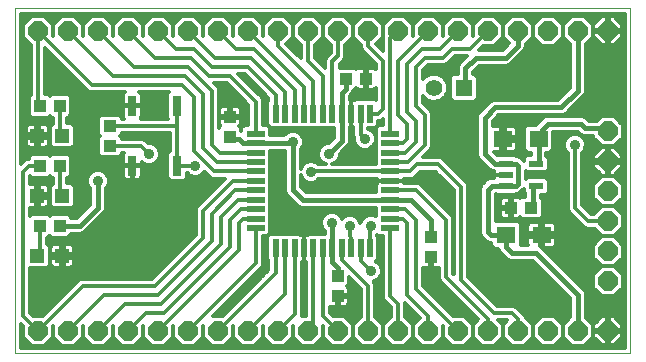
<source format=gtl>
G75*
G70*
%OFA0B0*%
%FSLAX24Y24*%
%IPPOS*%
%LPD*%
%AMOC8*
5,1,8,0,0,1.08239X$1,22.5*
%
%ADD10C,0.0000*%
%ADD11OC8,0.0640*%
%ADD12R,0.0394X0.0433*%
%ADD13R,0.0433X0.0394*%
%ADD14R,0.0630X0.0551*%
%ADD15R,0.0300X0.0650*%
%ADD16R,0.0472X0.0472*%
%ADD17R,0.0472X0.0217*%
%ADD18R,0.0197X0.0591*%
%ADD19R,0.0591X0.0197*%
%ADD20R,0.0555X0.0555*%
%ADD21C,0.0555*%
%ADD22C,0.0120*%
%ADD23C,0.0350*%
%ADD24C,0.0160*%
D10*
X000411Y000411D02*
X000411Y011911D01*
X020911Y011911D01*
X020911Y000411D01*
X000411Y000411D01*
D11*
X001161Y001161D03*
X002161Y001161D03*
X003161Y001161D03*
X004161Y001161D03*
X005161Y001161D03*
X006161Y001161D03*
X007161Y001161D03*
X008161Y001161D03*
X009161Y001161D03*
X010161Y001161D03*
X011161Y001161D03*
X012161Y001161D03*
X013161Y001161D03*
X014161Y001161D03*
X015161Y001161D03*
X016161Y001161D03*
X017161Y001161D03*
X018161Y001161D03*
X019161Y001161D03*
X020161Y001161D03*
X020161Y002811D03*
X020161Y003811D03*
X020161Y004811D03*
X020161Y005811D03*
X020161Y006811D03*
X020161Y007811D03*
X020161Y011161D03*
X019161Y011161D03*
X018161Y011161D03*
X017161Y011161D03*
X016161Y011161D03*
X015161Y011161D03*
X014161Y011161D03*
X013161Y011161D03*
X012161Y011161D03*
X011161Y011161D03*
X010161Y011161D03*
X009161Y011161D03*
X008161Y011161D03*
X007161Y011161D03*
X006161Y011161D03*
X005161Y011161D03*
X004161Y011161D03*
X003161Y011161D03*
X002161Y011161D03*
X001161Y011161D03*
D12*
X001227Y008661D03*
X001896Y008661D03*
X001896Y006661D03*
X001227Y006661D03*
X001227Y004661D03*
X001896Y004661D03*
X007561Y007627D03*
X007561Y008296D03*
X014261Y004296D03*
X014261Y003627D03*
X011161Y002996D03*
X011161Y002327D03*
D13*
X016927Y005261D03*
X017596Y005261D03*
X012096Y009561D03*
X011427Y009561D03*
X003561Y007996D03*
X003561Y007327D03*
D14*
X016671Y007561D03*
X017852Y007561D03*
X017952Y004361D03*
X016771Y004361D03*
D15*
X005811Y006661D03*
X004311Y006661D03*
X004311Y008661D03*
X005811Y008661D03*
D16*
X001975Y007661D03*
X001148Y007661D03*
X001148Y005661D03*
X001975Y005661D03*
X001975Y003661D03*
X001148Y003661D03*
D17*
X016749Y005987D03*
X016749Y006361D03*
X016749Y006735D03*
X017773Y006735D03*
X017773Y005987D03*
D18*
X012236Y003917D03*
X011921Y003917D03*
X011606Y003917D03*
X011291Y003917D03*
X010976Y003917D03*
X010661Y003917D03*
X010346Y003917D03*
X010031Y003917D03*
X009716Y003917D03*
X009401Y003917D03*
X009086Y003917D03*
X009086Y008405D03*
X009401Y008405D03*
X009716Y008405D03*
X010031Y008405D03*
X010346Y008405D03*
X010661Y008405D03*
X010976Y008405D03*
X011291Y008405D03*
X011606Y008405D03*
X011921Y008405D03*
X012236Y008405D03*
D19*
X012905Y007736D03*
X012905Y007421D03*
X012905Y007106D03*
X012905Y006791D03*
X012905Y006476D03*
X012905Y006161D03*
X012905Y005846D03*
X012905Y005531D03*
X012905Y005216D03*
X012905Y004901D03*
X012905Y004586D03*
X008417Y004586D03*
X008417Y004901D03*
X008417Y005216D03*
X008417Y005531D03*
X008417Y005846D03*
X008417Y006161D03*
X008417Y006476D03*
X008417Y006791D03*
X008417Y007106D03*
X008417Y007421D03*
X008417Y007736D03*
D20*
X015361Y009261D03*
D21*
X014361Y009261D03*
D22*
X014819Y009289D02*
X014904Y009289D01*
X014819Y009352D02*
X014749Y009520D01*
X014620Y009649D01*
X014452Y009719D01*
X014270Y009719D01*
X014102Y009649D01*
X014001Y009548D01*
X014001Y009862D01*
X014161Y010021D01*
X014709Y010021D01*
X014797Y010058D01*
X014865Y010125D01*
X014865Y010125D01*
X015061Y010321D01*
X015454Y010321D01*
X015191Y010059D01*
X015151Y009963D01*
X015151Y009860D01*
X015151Y009719D01*
X015009Y009719D01*
X014904Y009613D01*
X014904Y008909D01*
X015009Y008804D01*
X015713Y008804D01*
X015819Y008909D01*
X015819Y009613D01*
X015713Y009719D01*
X015671Y009719D01*
X015671Y009804D01*
X015869Y010001D01*
X016710Y010001D01*
X016813Y010001D01*
X016909Y010041D01*
X017308Y010441D01*
X017309Y010441D01*
X017382Y010514D01*
X017421Y010610D01*
X017421Y010714D01*
X017661Y010954D01*
X017661Y011368D01*
X017368Y011661D01*
X016954Y011661D01*
X016661Y011368D01*
X016368Y011661D01*
X015954Y011661D01*
X015661Y011368D01*
X015368Y011661D01*
X014954Y011661D01*
X014661Y011368D01*
X014368Y011661D01*
X013954Y011661D01*
X013661Y011368D01*
X013368Y011661D01*
X012954Y011661D01*
X012661Y011368D01*
X012368Y011661D01*
X011954Y011661D01*
X011661Y011368D01*
X011368Y011661D01*
X010954Y011661D01*
X010661Y011368D01*
X010368Y011661D01*
X009954Y011661D01*
X009661Y011368D01*
X009368Y011661D01*
X008954Y011661D01*
X008661Y011368D01*
X008368Y011661D01*
X007954Y011661D01*
X007661Y011368D01*
X007368Y011661D01*
X006954Y011661D01*
X006661Y011368D01*
X006368Y011661D01*
X005954Y011661D01*
X005661Y011368D01*
X005368Y011661D01*
X004954Y011661D01*
X004661Y011368D01*
X004368Y011661D01*
X003954Y011661D01*
X003661Y011368D01*
X003368Y011661D01*
X002954Y011661D01*
X002661Y011368D01*
X002368Y011661D01*
X001954Y011661D01*
X001661Y011368D01*
X001368Y011661D01*
X000954Y011661D01*
X000661Y011368D01*
X000661Y010954D01*
X000921Y010694D01*
X000921Y009024D01*
X000850Y008952D01*
X000850Y008370D01*
X000955Y008265D01*
X001498Y008265D01*
X001561Y008328D01*
X001624Y008265D01*
X001656Y008265D01*
X001656Y008069D01*
X001558Y007972D01*
X001558Y007350D01*
X001664Y007245D01*
X002285Y007245D01*
X002391Y007350D01*
X002391Y007972D01*
X002285Y008077D01*
X002136Y008077D01*
X002136Y008265D01*
X002167Y008265D01*
X002273Y008370D01*
X002273Y008952D01*
X002167Y009058D01*
X001624Y009058D01*
X001561Y008994D01*
X001498Y009058D01*
X001401Y009058D01*
X001401Y010582D01*
X002825Y009158D01*
X002914Y009121D01*
X003009Y009121D01*
X004075Y009121D01*
X004063Y009114D01*
X004033Y009084D01*
X004012Y009048D01*
X004001Y009007D01*
X004001Y008676D01*
X004296Y008676D01*
X004296Y008646D01*
X004001Y008646D01*
X004001Y008315D01*
X004012Y008274D01*
X004033Y008238D01*
X004035Y008236D01*
X003958Y008236D01*
X003958Y008267D01*
X003852Y008373D01*
X003270Y008373D01*
X003165Y008267D01*
X003165Y007724D01*
X003228Y007661D01*
X003165Y007598D01*
X003165Y007055D01*
X003270Y006950D01*
X003852Y006950D01*
X003958Y007055D01*
X003958Y007087D01*
X004035Y007087D01*
X004033Y007084D01*
X004012Y007048D01*
X004001Y007007D01*
X004001Y006676D01*
X004296Y006676D01*
X004296Y006646D01*
X004326Y006646D01*
X004326Y006176D01*
X004482Y006176D01*
X004523Y006187D01*
X004559Y006208D01*
X004589Y006238D01*
X004610Y006274D01*
X004621Y006315D01*
X004621Y006646D01*
X004326Y006646D01*
X004326Y006676D01*
X004621Y006676D01*
X004621Y006799D01*
X004660Y006760D01*
X004791Y006706D01*
X004932Y006706D01*
X005062Y006760D01*
X005162Y006860D01*
X005216Y006991D01*
X005216Y007132D01*
X005162Y007262D01*
X005062Y007362D01*
X004932Y007416D01*
X004846Y007416D01*
X004732Y007530D01*
X004644Y007567D01*
X004548Y007567D01*
X003958Y007567D01*
X003958Y007598D01*
X003894Y007661D01*
X003958Y007724D01*
X003958Y007756D01*
X005571Y007756D01*
X005571Y007151D01*
X005481Y007061D01*
X005481Y006262D01*
X005587Y006156D01*
X006036Y006156D01*
X006141Y006262D01*
X006141Y006421D01*
X006149Y006421D01*
X006210Y006360D01*
X006341Y006306D01*
X006482Y006306D01*
X006612Y006360D01*
X006712Y006460D01*
X006715Y006468D01*
X006910Y006273D01*
X006999Y006236D01*
X007094Y006236D01*
X007397Y006236D01*
X006525Y005365D01*
X006458Y005297D01*
X006421Y005209D01*
X006421Y004361D01*
X004962Y002901D01*
X002709Y002901D01*
X002614Y002901D01*
X002525Y002865D01*
X001322Y001661D01*
X001001Y001661D01*
X000901Y001761D01*
X000901Y003245D01*
X001459Y003245D01*
X001564Y003350D01*
X001564Y003972D01*
X001467Y004069D01*
X001467Y004265D01*
X001498Y004265D01*
X001561Y004328D01*
X001624Y004265D01*
X002167Y004265D01*
X002273Y004370D01*
X002273Y004401D01*
X002510Y004401D01*
X002613Y004401D01*
X002709Y004441D01*
X003309Y005041D01*
X003382Y005114D01*
X003421Y005210D01*
X003421Y005919D01*
X003462Y005960D01*
X003516Y006091D01*
X003516Y006232D01*
X003462Y006362D01*
X003362Y006462D01*
X003232Y006516D01*
X003091Y006516D01*
X002960Y006462D01*
X002860Y006362D01*
X002806Y006232D01*
X002806Y006091D01*
X002860Y005960D01*
X002901Y005919D01*
X002901Y005369D01*
X002454Y004921D01*
X002273Y004921D01*
X002273Y004952D01*
X002167Y005058D01*
X001624Y005058D01*
X001561Y004994D01*
X001498Y005058D01*
X000955Y005058D01*
X000901Y005004D01*
X000901Y005265D01*
X001090Y005265D01*
X001090Y005603D01*
X001206Y005603D01*
X001206Y005265D01*
X001405Y005265D01*
X001446Y005276D01*
X001482Y005297D01*
X001512Y005327D01*
X001533Y005363D01*
X001544Y005404D01*
X001544Y005603D01*
X001206Y005603D01*
X001206Y005719D01*
X001544Y005719D01*
X001544Y005919D01*
X001533Y005959D01*
X001512Y005996D01*
X001482Y006025D01*
X001446Y006047D01*
X001405Y006057D01*
X001206Y006057D01*
X001206Y005720D01*
X001090Y005720D01*
X001090Y006057D01*
X000901Y006057D01*
X000901Y006319D01*
X000955Y006265D01*
X001498Y006265D01*
X001561Y006328D01*
X001624Y006265D01*
X001656Y006265D01*
X001656Y006069D01*
X001558Y005972D01*
X001558Y005350D01*
X001664Y005245D01*
X002285Y005245D01*
X002391Y005350D01*
X002391Y005972D01*
X002285Y006077D01*
X002136Y006077D01*
X002136Y006265D01*
X002167Y006265D01*
X002273Y006370D01*
X002273Y006952D01*
X002167Y007058D01*
X001624Y007058D01*
X001561Y006994D01*
X001498Y007058D01*
X000955Y007058D01*
X000850Y006952D01*
X000850Y006901D01*
X000814Y006901D01*
X000725Y006865D01*
X000591Y006731D01*
X000591Y011731D01*
X020731Y011731D01*
X020731Y000591D01*
X000591Y000591D01*
X000591Y001392D01*
X000661Y001322D01*
X000661Y000954D01*
X000954Y000661D01*
X001368Y000661D01*
X001661Y000954D01*
X001661Y001322D01*
X001661Y000954D01*
X001954Y000661D01*
X002368Y000661D01*
X002661Y000954D01*
X002661Y001322D01*
X002661Y000954D01*
X002954Y000661D01*
X003368Y000661D01*
X003661Y000954D01*
X003661Y001322D01*
X003661Y000954D01*
X003954Y000661D01*
X004368Y000661D01*
X004661Y000954D01*
X004661Y001322D01*
X004661Y000954D01*
X004954Y000661D01*
X005368Y000661D01*
X005661Y000954D01*
X005661Y001322D01*
X005661Y000954D01*
X005954Y000661D01*
X006368Y000661D01*
X006661Y000954D01*
X006661Y001322D01*
X006661Y000954D01*
X006954Y000661D01*
X007368Y000661D01*
X007661Y000954D01*
X007661Y001322D01*
X007661Y000954D01*
X007954Y000661D01*
X008368Y000661D01*
X008661Y000954D01*
X008661Y001322D01*
X008661Y000954D01*
X008954Y000661D01*
X009368Y000661D01*
X009661Y000954D01*
X009661Y001322D01*
X009661Y000954D01*
X009954Y000661D01*
X010368Y000661D01*
X010661Y000954D01*
X010661Y001322D01*
X010661Y001322D01*
X010661Y000954D01*
X010954Y000661D01*
X011368Y000661D01*
X011661Y000954D01*
X011661Y001368D01*
X011368Y001661D01*
X011001Y001661D01*
X010901Y001761D01*
X010901Y001962D01*
X010903Y001961D01*
X010943Y001950D01*
X011123Y001950D01*
X011123Y002288D01*
X011200Y002288D01*
X011200Y002365D01*
X011518Y002365D01*
X011518Y002564D01*
X011507Y002605D01*
X011486Y002641D01*
X011480Y002647D01*
X011538Y002705D01*
X011538Y002945D01*
X011921Y002562D01*
X011921Y001628D01*
X011661Y001368D01*
X011661Y000954D01*
X011954Y000661D01*
X012368Y000661D01*
X012661Y000954D01*
X012661Y001368D01*
X012401Y001628D01*
X012401Y002709D01*
X012365Y002797D01*
X012349Y002813D01*
X012462Y002860D01*
X012562Y002960D01*
X012616Y003091D01*
X012616Y003232D01*
X012562Y003362D01*
X012462Y003462D01*
X012439Y003472D01*
X012514Y003547D01*
X012514Y004287D01*
X012476Y004325D01*
X012476Y004368D01*
X012536Y004308D01*
X012665Y004308D01*
X012665Y002365D01*
X012665Y002269D01*
X012702Y002181D01*
X012921Y001962D01*
X012921Y001628D01*
X012661Y001368D01*
X012661Y000954D01*
X012954Y000661D01*
X013368Y000661D01*
X013661Y000954D01*
X013661Y001368D01*
X013401Y001628D01*
X013401Y002082D01*
X013888Y001595D01*
X013661Y001368D01*
X013661Y000954D01*
X013954Y000661D01*
X014368Y000661D01*
X014661Y000954D01*
X014661Y001322D01*
X014661Y001322D01*
X014661Y000954D01*
X014954Y000661D01*
X015368Y000661D01*
X015661Y000954D01*
X015661Y001368D01*
X015368Y001661D01*
X015001Y001661D01*
X014001Y002661D01*
X014001Y003262D01*
X014003Y003261D01*
X014043Y003250D01*
X014223Y003250D01*
X014223Y003588D01*
X014300Y003588D01*
X014300Y003250D01*
X014479Y003250D01*
X014520Y003261D01*
X014521Y003262D01*
X014521Y003009D01*
X014521Y002914D01*
X014558Y002825D01*
X015838Y001545D01*
X015661Y001368D01*
X015661Y000954D01*
X015954Y000661D01*
X016368Y000661D01*
X016661Y000954D01*
X016661Y001368D01*
X016508Y001521D01*
X016814Y001521D01*
X016661Y001368D01*
X016661Y000954D01*
X016954Y000661D01*
X017368Y000661D01*
X017661Y000954D01*
X017661Y001368D01*
X017388Y001642D01*
X017365Y001697D01*
X017097Y001965D01*
X017009Y002001D01*
X016914Y002001D01*
X016461Y002001D01*
X015501Y002961D01*
X015501Y006009D01*
X015465Y006097D01*
X015397Y006165D01*
X014647Y006915D01*
X014559Y006951D01*
X014464Y006951D01*
X013991Y006951D01*
X014197Y007158D01*
X014265Y007225D01*
X014301Y007314D01*
X014301Y008314D01*
X014301Y008409D01*
X014265Y008497D01*
X014001Y008761D01*
X014001Y008974D01*
X014102Y008873D01*
X014270Y008804D01*
X014452Y008804D01*
X014620Y008873D01*
X014749Y009002D01*
X014819Y009170D01*
X014819Y009352D01*
X014796Y009408D02*
X014904Y009408D01*
X014904Y009526D02*
X014743Y009526D01*
X014625Y009645D02*
X014935Y009645D01*
X015151Y009763D02*
X014001Y009763D01*
X014001Y009645D02*
X014098Y009645D01*
X014021Y009882D02*
X015151Y009882D01*
X015167Y010000D02*
X014140Y010000D01*
X014061Y010261D02*
X014661Y010261D01*
X014961Y010561D01*
X015561Y010561D01*
X016161Y011161D01*
X015661Y011186D02*
X015661Y011186D01*
X015661Y011304D02*
X015661Y011304D01*
X015661Y011368D02*
X015661Y011001D01*
X015661Y011001D01*
X015661Y011368D01*
X015607Y011423D02*
X015716Y011423D01*
X015834Y011541D02*
X015488Y011541D01*
X015370Y011660D02*
X015953Y011660D01*
X016370Y011660D02*
X016953Y011660D01*
X016834Y011541D02*
X016488Y011541D01*
X016607Y011423D02*
X016716Y011423D01*
X016661Y011368D02*
X016661Y010954D01*
X016661Y011368D01*
X016661Y011304D02*
X016661Y011304D01*
X016661Y011186D02*
X016661Y011186D01*
X016661Y011067D02*
X016661Y011067D01*
X016661Y010954D02*
X016368Y010661D01*
X016001Y010661D01*
X015861Y010521D01*
X016654Y010521D01*
X016874Y010742D01*
X016661Y010954D01*
X016656Y010949D02*
X016667Y010949D01*
X016785Y010830D02*
X016537Y010830D01*
X016419Y010712D02*
X016844Y010712D01*
X016725Y010593D02*
X015932Y010593D01*
X015370Y010237D02*
X014977Y010237D01*
X014858Y010119D02*
X015251Y010119D01*
X015749Y009882D02*
X018901Y009882D01*
X018901Y010000D02*
X015868Y010000D01*
X015671Y009763D02*
X018901Y009763D01*
X018901Y009645D02*
X015787Y009645D01*
X015819Y009526D02*
X018901Y009526D01*
X018901Y009408D02*
X015819Y009408D01*
X015819Y009289D02*
X018901Y009289D01*
X018901Y009269D02*
X018504Y008871D01*
X016360Y008871D01*
X016264Y008832D01*
X016191Y008759D01*
X015841Y008409D01*
X015801Y008313D01*
X015801Y008210D01*
X015801Y007010D01*
X015841Y006914D01*
X015914Y006841D01*
X016240Y006515D01*
X016336Y006475D01*
X016353Y006475D01*
X016353Y006361D01*
X016353Y006247D01*
X016339Y006247D01*
X016236Y006247D01*
X016140Y006208D01*
X016014Y006082D01*
X015941Y006009D01*
X015901Y005913D01*
X015901Y004513D01*
X015901Y004410D01*
X015941Y004314D01*
X016041Y004214D01*
X016114Y004141D01*
X016210Y004101D01*
X016276Y004101D01*
X016276Y004011D01*
X016381Y003906D01*
X016511Y003906D01*
X016511Y003900D01*
X016550Y003805D01*
X016741Y003614D01*
X016814Y003541D01*
X016910Y003501D01*
X017654Y003501D01*
X018901Y002254D01*
X018901Y001608D01*
X018661Y001368D01*
X018368Y001661D01*
X017954Y001661D01*
X017661Y001368D01*
X017661Y000954D01*
X017954Y000661D01*
X018368Y000661D01*
X018661Y000954D01*
X018661Y001368D01*
X018661Y000954D01*
X018954Y000661D01*
X019368Y000661D01*
X019661Y000954D01*
X019661Y001368D01*
X019421Y001608D01*
X019421Y002413D01*
X019382Y002509D01*
X019309Y002582D01*
X017909Y003982D01*
X017892Y003989D01*
X017892Y004301D01*
X018012Y004301D01*
X018012Y004421D01*
X018427Y004421D01*
X018427Y004658D01*
X018416Y004699D01*
X018395Y004735D01*
X018365Y004765D01*
X018329Y004786D01*
X018288Y004797D01*
X018012Y004797D01*
X018012Y004421D01*
X017892Y004421D01*
X017892Y004301D01*
X017477Y004301D01*
X017477Y004065D01*
X017488Y004024D01*
X017489Y004021D01*
X017266Y004021D01*
X017266Y004711D01*
X017160Y004817D01*
X016421Y004817D01*
X016421Y005716D01*
X016439Y005699D01*
X017060Y005699D01*
X017088Y005727D01*
X017139Y005727D01*
X017234Y005767D01*
X017309Y005841D01*
X017357Y005889D01*
X017357Y005804D01*
X017401Y005760D01*
X017401Y005638D01*
X017305Y005638D01*
X017247Y005580D01*
X017241Y005586D01*
X017205Y005607D01*
X017164Y005618D01*
X016965Y005618D01*
X016965Y005300D01*
X016888Y005300D01*
X016888Y005618D01*
X016689Y005618D01*
X016648Y005607D01*
X016612Y005586D01*
X016582Y005556D01*
X016561Y005520D01*
X016550Y005479D01*
X016550Y005300D01*
X016888Y005300D01*
X016888Y005223D01*
X016550Y005223D01*
X016550Y005043D01*
X016561Y005003D01*
X016582Y004966D01*
X016612Y004936D01*
X016648Y004915D01*
X016689Y004904D01*
X016888Y004904D01*
X016888Y005223D01*
X016965Y005223D01*
X016965Y004904D01*
X017164Y004904D01*
X017205Y004915D01*
X017241Y004936D01*
X017247Y004942D01*
X017305Y004884D01*
X017887Y004884D01*
X017992Y004990D01*
X017992Y005533D01*
X017921Y005604D01*
X017921Y005699D01*
X018084Y005699D01*
X018189Y005804D01*
X018189Y006170D01*
X018084Y006275D01*
X017462Y006275D01*
X017421Y006234D01*
X017421Y006488D01*
X017462Y006447D01*
X018084Y006447D01*
X018189Y006552D01*
X018189Y006918D01*
X018821Y006918D01*
X018821Y006800D02*
X018189Y006800D01*
X018189Y006918D02*
X018112Y006996D01*
X018112Y007106D01*
X018241Y007106D01*
X018347Y007211D01*
X018347Y007801D01*
X019154Y007801D01*
X019191Y007764D01*
X019264Y007691D01*
X019360Y007651D01*
X019661Y007651D01*
X019661Y007604D01*
X019954Y007311D01*
X020368Y007311D01*
X020661Y007604D01*
X020661Y008018D01*
X020368Y008311D01*
X019954Y008311D01*
X019814Y008171D01*
X019519Y008171D01*
X019409Y008282D01*
X019313Y008321D01*
X019210Y008321D01*
X018110Y008321D01*
X018014Y008282D01*
X017941Y008209D01*
X017749Y008017D01*
X017462Y008017D01*
X017357Y007911D01*
X017357Y007211D01*
X017462Y007106D01*
X017592Y007106D01*
X017592Y007024D01*
X017462Y007024D01*
X017357Y006918D01*
X017357Y006833D01*
X017309Y006882D01*
X017234Y006956D01*
X017139Y006995D01*
X017088Y006995D01*
X017060Y007024D01*
X016467Y007024D01*
X016364Y007126D01*
X016611Y007126D01*
X016611Y007501D01*
X016731Y007501D01*
X016731Y007621D01*
X017146Y007621D01*
X017146Y007858D01*
X017135Y007899D01*
X017114Y007935D01*
X017084Y007965D01*
X017047Y007986D01*
X017007Y007997D01*
X016731Y007997D01*
X016731Y007621D01*
X016611Y007621D01*
X016611Y007997D01*
X016335Y007997D01*
X016321Y007993D01*
X016321Y008154D01*
X016519Y008351D01*
X018560Y008351D01*
X018663Y008351D01*
X018759Y008391D01*
X019309Y008941D01*
X019382Y009014D01*
X019421Y009110D01*
X019421Y010714D01*
X019661Y010954D01*
X019661Y011368D01*
X019368Y011661D01*
X018954Y011661D01*
X018661Y011368D01*
X018368Y011661D01*
X017954Y011661D01*
X017661Y011368D01*
X017661Y010954D01*
X017954Y010661D01*
X018368Y010661D01*
X018661Y010954D01*
X018661Y011368D01*
X018661Y010954D01*
X018901Y010714D01*
X018901Y009269D01*
X018803Y009171D02*
X015819Y009171D01*
X015819Y009052D02*
X018684Y009052D01*
X018566Y008933D02*
X015819Y008933D01*
X015724Y008815D02*
X016247Y008815D01*
X016129Y008696D02*
X014066Y008696D01*
X014001Y008815D02*
X014243Y008815D01*
X014042Y008933D02*
X014001Y008933D01*
X013761Y008661D02*
X013761Y009961D01*
X014061Y010261D01*
X013961Y010561D02*
X013461Y010061D01*
X013461Y008461D01*
X013761Y008161D01*
X013761Y007461D01*
X013406Y007106D01*
X012905Y007106D01*
X012905Y006791D02*
X013491Y006791D01*
X014061Y007361D01*
X014061Y008361D01*
X013761Y008661D01*
X014184Y008578D02*
X016010Y008578D01*
X015892Y008459D02*
X014280Y008459D01*
X014301Y008341D02*
X015813Y008341D01*
X015801Y008222D02*
X014301Y008222D01*
X014301Y008104D02*
X015801Y008104D01*
X015801Y007985D02*
X014301Y007985D01*
X014301Y007867D02*
X015801Y007867D01*
X015801Y007748D02*
X014301Y007748D01*
X014301Y007629D02*
X015801Y007629D01*
X015801Y007511D02*
X014301Y007511D01*
X014301Y007392D02*
X015801Y007392D01*
X015801Y007274D02*
X014285Y007274D01*
X014195Y007155D02*
X015801Y007155D01*
X015801Y007037D02*
X014076Y007037D01*
X014639Y006918D02*
X015839Y006918D01*
X015955Y006800D02*
X014762Y006800D01*
X014881Y006681D02*
X016074Y006681D01*
X016192Y006563D02*
X014999Y006563D01*
X015118Y006444D02*
X016353Y006444D01*
X016353Y006361D02*
X016749Y006361D01*
X016353Y006361D01*
X016353Y006326D02*
X015236Y006326D01*
X015355Y006207D02*
X016139Y006207D01*
X016021Y006088D02*
X015468Y006088D01*
X015501Y005970D02*
X015925Y005970D01*
X015901Y005851D02*
X015501Y005851D01*
X015501Y005733D02*
X015901Y005733D01*
X015901Y005614D02*
X015501Y005614D01*
X015501Y005496D02*
X015901Y005496D01*
X015901Y005377D02*
X015501Y005377D01*
X015501Y005259D02*
X015901Y005259D01*
X015901Y005140D02*
X015501Y005140D01*
X015501Y005022D02*
X015901Y005022D01*
X015901Y004903D02*
X015501Y004903D01*
X015501Y004784D02*
X015901Y004784D01*
X015901Y004666D02*
X015501Y004666D01*
X015501Y004547D02*
X015901Y004547D01*
X015901Y004429D02*
X015501Y004429D01*
X015501Y004310D02*
X015945Y004310D01*
X016063Y004192D02*
X015501Y004192D01*
X015501Y004073D02*
X016276Y004073D01*
X016332Y003955D02*
X015501Y003955D01*
X015501Y003836D02*
X016537Y003836D01*
X016637Y003718D02*
X015501Y003718D01*
X015501Y003599D02*
X016756Y003599D01*
X017266Y004073D02*
X017477Y004073D01*
X017477Y004192D02*
X017266Y004192D01*
X017266Y004310D02*
X017892Y004310D01*
X017892Y004421D02*
X017477Y004421D01*
X017477Y004658D01*
X017488Y004699D01*
X017509Y004735D01*
X017539Y004765D01*
X017575Y004786D01*
X017616Y004797D01*
X017892Y004797D01*
X017892Y004421D01*
X017892Y004429D02*
X018012Y004429D01*
X018012Y004547D02*
X017892Y004547D01*
X017892Y004666D02*
X018012Y004666D01*
X018012Y004784D02*
X017892Y004784D01*
X017906Y004903D02*
X019080Y004903D01*
X018962Y005022D02*
X017992Y005022D01*
X017992Y005140D02*
X018852Y005140D01*
X018858Y005125D02*
X018925Y005058D01*
X019375Y004608D01*
X019464Y004571D01*
X019559Y004571D01*
X019694Y004571D01*
X019954Y004311D01*
X019661Y004018D01*
X019661Y003604D01*
X019954Y003311D01*
X019661Y003018D01*
X019661Y002604D01*
X019954Y002311D01*
X020368Y002311D01*
X020661Y002604D01*
X020661Y003018D01*
X020368Y003311D01*
X019954Y003311D01*
X020368Y003311D01*
X020661Y003604D01*
X020661Y004018D01*
X020368Y004311D01*
X019954Y004311D01*
X020368Y004311D01*
X020661Y004604D01*
X020661Y005018D01*
X020368Y005311D01*
X019954Y005311D01*
X019694Y005051D01*
X019611Y005051D01*
X019301Y005361D01*
X019301Y007099D01*
X019362Y007160D01*
X019416Y007291D01*
X019416Y007432D01*
X019362Y007562D01*
X019262Y007662D01*
X019132Y007716D01*
X018991Y007716D01*
X018860Y007662D01*
X018760Y007562D01*
X018706Y007432D01*
X018706Y007291D01*
X018760Y007160D01*
X018821Y007099D01*
X018821Y005214D01*
X018858Y005125D01*
X018821Y005259D02*
X017992Y005259D01*
X017992Y005377D02*
X018821Y005377D01*
X018821Y005496D02*
X017992Y005496D01*
X017921Y005614D02*
X018821Y005614D01*
X018821Y005733D02*
X018118Y005733D01*
X018189Y005851D02*
X018821Y005851D01*
X018821Y005970D02*
X018189Y005970D01*
X018189Y006088D02*
X018821Y006088D01*
X018821Y006207D02*
X018152Y006207D01*
X018189Y006563D02*
X018821Y006563D01*
X018821Y006681D02*
X018189Y006681D01*
X018112Y007037D02*
X018821Y007037D01*
X018765Y007155D02*
X018291Y007155D01*
X018347Y007274D02*
X018713Y007274D01*
X018706Y007392D02*
X018347Y007392D01*
X018347Y007511D02*
X018739Y007511D01*
X018827Y007629D02*
X018347Y007629D01*
X018347Y007748D02*
X019207Y007748D01*
X019295Y007629D02*
X019661Y007629D01*
X019754Y007511D02*
X019383Y007511D01*
X019416Y007392D02*
X019873Y007392D01*
X019962Y007291D02*
X019681Y007010D01*
X019681Y006851D01*
X020121Y006851D01*
X020121Y006771D01*
X020201Y006771D01*
X020201Y006331D01*
X020360Y006331D01*
X020641Y006612D01*
X020641Y006771D01*
X020201Y006771D01*
X020201Y006851D01*
X020641Y006851D01*
X020641Y007010D01*
X020360Y007291D01*
X020201Y007291D01*
X020201Y006851D01*
X020121Y006851D01*
X020121Y007291D01*
X019962Y007291D01*
X019945Y007274D02*
X019409Y007274D01*
X019357Y007155D02*
X019827Y007155D01*
X019708Y007037D02*
X019301Y007037D01*
X019301Y006918D02*
X019681Y006918D01*
X019681Y006771D02*
X019681Y006612D01*
X019962Y006331D01*
X020121Y006331D01*
X020121Y006771D01*
X019681Y006771D01*
X019681Y006681D02*
X019301Y006681D01*
X019301Y006563D02*
X019731Y006563D01*
X019850Y006444D02*
X019301Y006444D01*
X019301Y006326D02*
X020731Y006326D01*
X020731Y006444D02*
X020473Y006444D01*
X020591Y006563D02*
X020731Y006563D01*
X020731Y006681D02*
X020641Y006681D01*
X020731Y006800D02*
X020201Y006800D01*
X020121Y006800D02*
X019301Y006800D01*
X018821Y006444D02*
X017421Y006444D01*
X017421Y006326D02*
X018821Y006326D01*
X019301Y006207D02*
X019850Y006207D01*
X019954Y006311D02*
X019661Y006018D01*
X019661Y005604D01*
X019954Y005311D01*
X020368Y005311D01*
X020661Y005604D01*
X020661Y006018D01*
X020368Y006311D01*
X019954Y006311D01*
X020121Y006444D02*
X020201Y006444D01*
X020201Y006563D02*
X020121Y006563D01*
X020121Y006681D02*
X020201Y006681D01*
X020201Y006918D02*
X020121Y006918D01*
X020121Y007037D02*
X020201Y007037D01*
X020201Y007155D02*
X020121Y007155D01*
X020121Y007274D02*
X020201Y007274D01*
X020377Y007274D02*
X020731Y007274D01*
X020731Y007392D02*
X020449Y007392D01*
X020568Y007511D02*
X020731Y007511D01*
X020731Y007629D02*
X020661Y007629D01*
X020661Y007748D02*
X020731Y007748D01*
X020731Y007867D02*
X020661Y007867D01*
X020661Y007985D02*
X020731Y007985D01*
X020731Y008104D02*
X020576Y008104D01*
X020457Y008222D02*
X020731Y008222D01*
X020731Y008341D02*
X016508Y008341D01*
X016390Y008222D02*
X017955Y008222D01*
X017836Y008104D02*
X016321Y008104D01*
X016611Y007985D02*
X016731Y007985D01*
X016731Y007867D02*
X016611Y007867D01*
X016611Y007748D02*
X016731Y007748D01*
X016731Y007629D02*
X016611Y007629D01*
X016731Y007511D02*
X017357Y007511D01*
X017357Y007629D02*
X017146Y007629D01*
X017146Y007748D02*
X017357Y007748D01*
X017357Y007867D02*
X017143Y007867D01*
X017049Y007985D02*
X017431Y007985D01*
X017146Y007501D02*
X016731Y007501D01*
X016731Y007126D01*
X017007Y007126D01*
X017047Y007137D01*
X017084Y007158D01*
X017114Y007187D01*
X017135Y007224D01*
X017146Y007265D01*
X017146Y007501D01*
X017146Y007392D02*
X017357Y007392D01*
X017357Y007274D02*
X017146Y007274D01*
X017080Y007155D02*
X017413Y007155D01*
X017592Y007037D02*
X016453Y007037D01*
X016611Y007155D02*
X016731Y007155D01*
X016731Y007274D02*
X016611Y007274D01*
X016611Y007392D02*
X016731Y007392D01*
X017272Y006918D02*
X017357Y006918D01*
X016749Y006361D02*
X016749Y006361D01*
X017319Y005851D02*
X017357Y005851D01*
X017401Y005733D02*
X017152Y005733D01*
X017178Y005614D02*
X017281Y005614D01*
X016965Y005614D02*
X016888Y005614D01*
X016888Y005496D02*
X016965Y005496D01*
X016965Y005377D02*
X016888Y005377D01*
X016888Y005259D02*
X016421Y005259D01*
X016421Y005377D02*
X016550Y005377D01*
X016555Y005496D02*
X016421Y005496D01*
X016421Y005614D02*
X016675Y005614D01*
X016550Y005140D02*
X016421Y005140D01*
X016421Y005022D02*
X016556Y005022D01*
X016421Y004903D02*
X017286Y004903D01*
X017193Y004784D02*
X017573Y004784D01*
X017479Y004666D02*
X017266Y004666D01*
X017266Y004547D02*
X017477Y004547D01*
X017477Y004429D02*
X017266Y004429D01*
X017892Y004192D02*
X018012Y004192D01*
X018012Y004301D02*
X018012Y003926D01*
X018288Y003926D01*
X018329Y003937D01*
X018365Y003958D01*
X018395Y003987D01*
X018416Y004024D01*
X018427Y004065D01*
X018427Y004301D01*
X018012Y004301D01*
X018012Y004310D02*
X019953Y004310D01*
X019837Y004429D02*
X018427Y004429D01*
X018427Y004547D02*
X019718Y004547D01*
X019511Y004811D02*
X019061Y005261D01*
X019061Y007361D01*
X019468Y008222D02*
X019865Y008222D01*
X020731Y008459D02*
X018827Y008459D01*
X018946Y008578D02*
X020731Y008578D01*
X020731Y008696D02*
X019064Y008696D01*
X019183Y008815D02*
X020731Y008815D01*
X020731Y008933D02*
X019301Y008933D01*
X019397Y009052D02*
X020731Y009052D01*
X020731Y009171D02*
X019421Y009171D01*
X019421Y009289D02*
X020731Y009289D01*
X020731Y009408D02*
X019421Y009408D01*
X019421Y009526D02*
X020731Y009526D01*
X020731Y009645D02*
X019421Y009645D01*
X019421Y009763D02*
X020731Y009763D01*
X020731Y009882D02*
X019421Y009882D01*
X019421Y010000D02*
X020731Y010000D01*
X020731Y010119D02*
X019421Y010119D01*
X019421Y010237D02*
X020731Y010237D01*
X020731Y010356D02*
X019421Y010356D01*
X019421Y010475D02*
X020731Y010475D01*
X020731Y010593D02*
X019421Y010593D01*
X019421Y010712D02*
X019932Y010712D01*
X019962Y010681D02*
X019681Y010962D01*
X019681Y011121D01*
X020121Y011121D01*
X020121Y011201D01*
X019681Y011201D01*
X019681Y011360D01*
X019962Y011641D01*
X020121Y011641D01*
X020121Y011201D01*
X020201Y011201D01*
X020201Y011641D01*
X020360Y011641D01*
X020641Y011360D01*
X020641Y011201D01*
X020201Y011201D01*
X020201Y011121D01*
X020201Y010681D01*
X020360Y010681D01*
X020641Y010962D01*
X020641Y011121D01*
X020201Y011121D01*
X020121Y011121D01*
X020121Y010681D01*
X019962Y010681D01*
X020121Y010712D02*
X020201Y010712D01*
X020201Y010830D02*
X020121Y010830D01*
X020121Y010949D02*
X020201Y010949D01*
X020201Y011067D02*
X020121Y011067D01*
X020121Y011186D02*
X019661Y011186D01*
X019661Y011304D02*
X019681Y011304D01*
X019744Y011423D02*
X019607Y011423D01*
X019488Y011541D02*
X019863Y011541D01*
X020121Y011541D02*
X020201Y011541D01*
X020201Y011423D02*
X020121Y011423D01*
X020121Y011304D02*
X020201Y011304D01*
X020201Y011186D02*
X020731Y011186D01*
X020731Y011304D02*
X020641Y011304D01*
X020578Y011423D02*
X020731Y011423D01*
X020731Y011541D02*
X020460Y011541D01*
X020731Y011660D02*
X019370Y011660D01*
X018953Y011660D02*
X018370Y011660D01*
X018488Y011541D02*
X018834Y011541D01*
X018716Y011423D02*
X018607Y011423D01*
X018661Y011304D02*
X018661Y011304D01*
X018661Y011186D02*
X018661Y011186D01*
X018661Y011067D02*
X018661Y011067D01*
X018656Y010949D02*
X018667Y010949D01*
X018785Y010830D02*
X018537Y010830D01*
X018419Y010712D02*
X018901Y010712D01*
X018901Y010593D02*
X017414Y010593D01*
X017421Y010712D02*
X017904Y010712D01*
X017785Y010830D02*
X017537Y010830D01*
X017656Y010949D02*
X017667Y010949D01*
X017661Y011067D02*
X017661Y011067D01*
X017661Y011186D02*
X017661Y011186D01*
X017661Y011304D02*
X017661Y011304D01*
X017607Y011423D02*
X017716Y011423D01*
X017834Y011541D02*
X017488Y011541D01*
X017370Y011660D02*
X017953Y011660D01*
X019537Y010830D02*
X019814Y010830D01*
X019695Y010949D02*
X019656Y010949D01*
X019661Y011067D02*
X019681Y011067D01*
X020390Y010712D02*
X020731Y010712D01*
X020731Y010830D02*
X020509Y010830D01*
X020627Y010949D02*
X020731Y010949D01*
X020731Y011067D02*
X020641Y011067D01*
X018901Y010475D02*
X017342Y010475D01*
X017224Y010356D02*
X018901Y010356D01*
X018901Y010237D02*
X017105Y010237D01*
X016987Y010119D02*
X018901Y010119D01*
X015661Y011067D02*
X015661Y011067D01*
X015161Y011161D02*
X014561Y010561D01*
X013961Y010561D01*
X013661Y011001D02*
X013661Y011368D01*
X013661Y011001D01*
X013661Y011001D01*
X013661Y011067D02*
X013661Y011067D01*
X013661Y011186D02*
X013661Y011186D01*
X013661Y011304D02*
X013661Y011304D01*
X013607Y011423D02*
X013716Y011423D01*
X013834Y011541D02*
X013488Y011541D01*
X013370Y011660D02*
X013953Y011660D01*
X014370Y011660D02*
X014953Y011660D01*
X014834Y011541D02*
X014488Y011541D01*
X014607Y011423D02*
X014716Y011423D01*
X014661Y011368D02*
X014661Y011001D01*
X014661Y011001D01*
X014661Y011368D01*
X014661Y011304D02*
X014661Y011304D01*
X014661Y011186D02*
X014661Y011186D01*
X014661Y011067D02*
X014661Y011067D01*
X014161Y011161D02*
X013161Y010161D01*
X013161Y008361D01*
X013461Y008061D01*
X013461Y007561D01*
X013321Y007421D01*
X012905Y007421D01*
X012905Y007736D02*
X012905Y010917D01*
X013161Y011161D01*
X012661Y011186D02*
X012661Y011186D01*
X012661Y011304D02*
X012661Y011304D01*
X012661Y011368D02*
X012661Y010954D01*
X012434Y010727D01*
X012665Y010496D01*
X012665Y010872D01*
X012664Y010875D01*
X012665Y010920D01*
X012665Y010950D01*
X012661Y010954D01*
X012661Y011368D01*
X012607Y011423D02*
X012716Y011423D01*
X012834Y011541D02*
X012488Y011541D01*
X012370Y011660D02*
X012953Y011660D01*
X012661Y011067D02*
X012661Y011067D01*
X012656Y010949D02*
X012665Y010949D01*
X012665Y010830D02*
X012537Y010830D01*
X012450Y010712D02*
X012665Y010712D01*
X012665Y010593D02*
X012569Y010593D01*
X012161Y010661D02*
X012161Y011161D01*
X011785Y010830D02*
X011537Y010830D01*
X011419Y010712D02*
X011904Y010712D01*
X011921Y010694D02*
X011921Y010614D01*
X011958Y010525D01*
X012025Y010458D01*
X012421Y010062D01*
X012421Y009875D01*
X012411Y009886D01*
X012374Y009907D01*
X012334Y009918D01*
X012134Y009918D01*
X012134Y009600D01*
X012057Y009600D01*
X012057Y009918D01*
X011858Y009918D01*
X011818Y009907D01*
X011781Y009886D01*
X011775Y009880D01*
X011718Y009938D01*
X011216Y009938D01*
X011216Y010047D01*
X011365Y010195D01*
X011401Y010284D01*
X011401Y010379D01*
X011401Y010694D01*
X011661Y010954D01*
X011661Y011368D01*
X011661Y010954D01*
X011921Y010694D01*
X011930Y010593D02*
X011401Y010593D01*
X011401Y010475D02*
X012009Y010475D01*
X012127Y010356D02*
X011401Y010356D01*
X011382Y010237D02*
X012246Y010237D01*
X012364Y010119D02*
X011288Y010119D01*
X011216Y010000D02*
X012421Y010000D01*
X012415Y009882D02*
X012421Y009882D01*
X012134Y009882D02*
X012057Y009882D01*
X012057Y009763D02*
X012134Y009763D01*
X012134Y009645D02*
X012057Y009645D01*
X012057Y009523D02*
X012134Y009523D01*
X012134Y009204D01*
X012334Y009204D01*
X012374Y009215D01*
X012411Y009236D01*
X012421Y009247D01*
X012421Y008868D01*
X012409Y008881D01*
X012094Y008881D01*
X011748Y008881D01*
X011728Y008860D01*
X011726Y008861D01*
X011606Y008861D01*
X011551Y008861D01*
X011551Y008983D01*
X011647Y009079D01*
X011687Y009175D01*
X011687Y009184D01*
X011718Y009184D01*
X011775Y009242D01*
X011781Y009236D01*
X011818Y009215D01*
X011858Y009204D01*
X012057Y009204D01*
X012057Y009523D01*
X012057Y009408D02*
X012134Y009408D01*
X012134Y009289D02*
X012057Y009289D01*
X012421Y009171D02*
X011685Y009171D01*
X011620Y009052D02*
X012421Y009052D01*
X012421Y008933D02*
X011551Y008933D01*
X011606Y008861D02*
X011606Y008406D01*
X011606Y008406D01*
X011606Y008861D01*
X011606Y008815D02*
X011606Y008815D01*
X011606Y008696D02*
X011606Y008696D01*
X011606Y008578D02*
X011606Y008578D01*
X011606Y008459D02*
X011606Y008459D01*
X011606Y008405D02*
X011606Y007950D01*
X011606Y008405D01*
X011606Y008405D01*
X011606Y008341D02*
X011606Y008341D01*
X011606Y008222D02*
X011606Y008222D01*
X011606Y008104D02*
X011606Y008104D01*
X011606Y007985D02*
X011606Y007985D01*
X011606Y007950D02*
X011681Y007950D01*
X011681Y007654D01*
X011706Y007593D01*
X011706Y007491D01*
X011760Y007360D01*
X011860Y007260D01*
X011991Y007206D01*
X012132Y007206D01*
X012262Y007260D01*
X012362Y007360D01*
X012416Y007491D01*
X012416Y007632D01*
X012362Y007762D01*
X012262Y007862D01*
X012161Y007904D01*
X012161Y007930D01*
X012409Y007930D01*
X012514Y008036D01*
X012514Y008165D01*
X012553Y008165D01*
X012641Y008202D01*
X012665Y008226D01*
X012665Y008014D01*
X012536Y008014D01*
X012430Y007909D01*
X012430Y007563D01*
X012430Y007248D01*
X012430Y006933D01*
X012430Y006716D01*
X010956Y006716D01*
X011062Y006760D01*
X011162Y006860D01*
X011216Y006991D01*
X011216Y007049D01*
X011512Y007344D01*
X011551Y007439D01*
X011551Y007543D01*
X011551Y007950D01*
X011606Y007950D01*
X011551Y007867D02*
X011681Y007867D01*
X011681Y007748D02*
X011551Y007748D01*
X011551Y007629D02*
X011691Y007629D01*
X011706Y007511D02*
X011551Y007511D01*
X011532Y007392D02*
X011747Y007392D01*
X011847Y007274D02*
X011442Y007274D01*
X011323Y007155D02*
X012430Y007155D01*
X012430Y007037D02*
X011216Y007037D01*
X011186Y006918D02*
X012430Y006918D01*
X012430Y006800D02*
X011102Y006800D01*
X010767Y006716D02*
X010508Y006716D01*
X010462Y006762D01*
X010332Y006816D01*
X010191Y006816D01*
X010060Y006762D01*
X009960Y006662D01*
X009921Y006568D01*
X009921Y007219D01*
X009962Y007260D01*
X010016Y007391D01*
X010016Y007532D01*
X009962Y007662D01*
X009862Y007762D01*
X009732Y007816D01*
X009591Y007816D01*
X009460Y007762D01*
X009379Y007681D01*
X008892Y007681D01*
X008892Y007909D01*
X008787Y008014D01*
X008657Y008014D01*
X008657Y008758D01*
X008657Y008853D01*
X008621Y008941D01*
X007841Y009721D01*
X008062Y009721D01*
X008846Y008937D01*
X008846Y008814D01*
X008808Y008775D01*
X008808Y008036D01*
X008913Y007930D01*
X009259Y007930D01*
X009574Y007930D01*
X009889Y007930D01*
X010204Y007930D01*
X010519Y007930D01*
X010834Y007930D01*
X011031Y007930D01*
X011031Y007599D01*
X010849Y007416D01*
X010791Y007416D01*
X010660Y007362D01*
X010560Y007262D01*
X010506Y007132D01*
X010506Y006991D01*
X010560Y006860D01*
X010660Y006760D01*
X010767Y006716D01*
X010621Y006800D02*
X010372Y006800D01*
X010536Y006918D02*
X009921Y006918D01*
X009921Y006800D02*
X010151Y006800D01*
X009979Y006681D02*
X009921Y006681D01*
X009921Y006355D02*
X009960Y006260D01*
X010060Y006160D01*
X010191Y006106D01*
X010332Y006106D01*
X010462Y006160D01*
X010538Y006236D01*
X012450Y006236D01*
X012450Y006161D01*
X012450Y006042D01*
X012451Y006040D01*
X012430Y006019D01*
X012430Y005791D01*
X010099Y005791D01*
X009921Y005969D01*
X009921Y006355D01*
X009921Y006326D02*
X009933Y006326D01*
X009921Y006207D02*
X010014Y006207D01*
X009921Y006088D02*
X012450Y006088D01*
X012450Y006161D02*
X012905Y006161D01*
X012905Y006161D01*
X012450Y006161D01*
X012450Y006207D02*
X010509Y006207D01*
X010261Y006461D02*
X010276Y006476D01*
X012905Y006476D01*
X013576Y006476D01*
X013811Y006711D01*
X014511Y006711D01*
X015261Y005961D01*
X015261Y002861D01*
X016361Y001761D01*
X016961Y001761D01*
X017161Y001561D01*
X017161Y001161D01*
X016661Y001110D02*
X016661Y001110D01*
X016661Y001228D02*
X016661Y001228D01*
X016661Y001347D02*
X016661Y001347D01*
X016564Y001465D02*
X016758Y001465D01*
X016661Y000991D02*
X016661Y000991D01*
X016580Y000873D02*
X016743Y000873D01*
X016861Y000754D02*
X016461Y000754D01*
X016161Y001161D02*
X016161Y001561D01*
X014761Y002961D01*
X014761Y004861D01*
X013776Y005846D01*
X012905Y005846D01*
X012430Y005851D02*
X010039Y005851D01*
X009921Y005970D02*
X012430Y005970D01*
X012906Y006161D02*
X012906Y006161D01*
X013361Y006161D01*
X013361Y006086D01*
X013728Y006086D01*
X013824Y006086D01*
X013912Y006050D01*
X014897Y005065D01*
X014965Y004997D01*
X015001Y004909D01*
X015001Y003061D01*
X015021Y003041D01*
X015021Y005862D01*
X014412Y006471D01*
X013911Y006471D01*
X013712Y006273D01*
X013624Y006236D01*
X013528Y006236D01*
X013361Y006236D01*
X013361Y006161D01*
X012906Y006161D01*
X013361Y006207D02*
X014676Y006207D01*
X014558Y006326D02*
X013765Y006326D01*
X013883Y006444D02*
X014439Y006444D01*
X014795Y006088D02*
X013361Y006088D01*
X013992Y005970D02*
X014913Y005970D01*
X015021Y005851D02*
X014111Y005851D01*
X014229Y005733D02*
X015021Y005733D01*
X015021Y005614D02*
X014348Y005614D01*
X014466Y005496D02*
X015021Y005496D01*
X015021Y005377D02*
X014585Y005377D01*
X014703Y005259D02*
X015021Y005259D01*
X015021Y005140D02*
X014822Y005140D01*
X014940Y005022D02*
X015021Y005022D01*
X015021Y004903D02*
X015001Y004903D01*
X015001Y004784D02*
X015021Y004784D01*
X015021Y004666D02*
X015001Y004666D01*
X015001Y004547D02*
X015021Y004547D01*
X015021Y004429D02*
X015001Y004429D01*
X015001Y004310D02*
X015021Y004310D01*
X015021Y004192D02*
X015001Y004192D01*
X015001Y004073D02*
X015021Y004073D01*
X015021Y003955D02*
X015001Y003955D01*
X015001Y003836D02*
X015021Y003836D01*
X015021Y003718D02*
X015001Y003718D01*
X015001Y003599D02*
X015021Y003599D01*
X015021Y003480D02*
X015001Y003480D01*
X015001Y003362D02*
X015021Y003362D01*
X015021Y003243D02*
X015001Y003243D01*
X015001Y003125D02*
X015021Y003125D01*
X015501Y003125D02*
X018030Y003125D01*
X017911Y003243D02*
X015501Y003243D01*
X015501Y003362D02*
X017793Y003362D01*
X017674Y003480D02*
X015501Y003480D01*
X015501Y003006D02*
X018149Y003006D01*
X018267Y002888D02*
X015574Y002888D01*
X015693Y002769D02*
X018386Y002769D01*
X018504Y002651D02*
X015811Y002651D01*
X015930Y002532D02*
X018623Y002532D01*
X018741Y002414D02*
X016048Y002414D01*
X016167Y002295D02*
X018860Y002295D01*
X018901Y002176D02*
X016285Y002176D01*
X016404Y002058D02*
X018901Y002058D01*
X018901Y001939D02*
X017122Y001939D01*
X017241Y001821D02*
X018901Y001821D01*
X018901Y001702D02*
X017360Y001702D01*
X017446Y001584D02*
X017877Y001584D01*
X017758Y001465D02*
X017564Y001465D01*
X017661Y001347D02*
X017661Y001347D01*
X017661Y001228D02*
X017661Y001228D01*
X017661Y001110D02*
X017661Y001110D01*
X017661Y000991D02*
X017661Y000991D01*
X017580Y000873D02*
X017743Y000873D01*
X017861Y000754D02*
X017461Y000754D01*
X018461Y000754D02*
X018861Y000754D01*
X018743Y000873D02*
X018580Y000873D01*
X018661Y000991D02*
X018661Y000991D01*
X018661Y001110D02*
X018661Y001110D01*
X018661Y001228D02*
X018661Y001228D01*
X018661Y001347D02*
X018661Y001347D01*
X018564Y001465D02*
X018758Y001465D01*
X018877Y001584D02*
X018446Y001584D01*
X019421Y001702D02*
X020731Y001702D01*
X020731Y001584D02*
X020417Y001584D01*
X020360Y001641D02*
X020201Y001641D01*
X020201Y001201D01*
X020121Y001201D01*
X020121Y001121D01*
X019681Y001121D01*
X019681Y000962D01*
X019962Y000681D01*
X020121Y000681D01*
X020121Y001121D01*
X020201Y001121D01*
X020201Y000681D01*
X020360Y000681D01*
X020641Y000962D01*
X020641Y001121D01*
X020201Y001121D01*
X020201Y001201D01*
X020641Y001201D01*
X020641Y001360D01*
X020360Y001641D01*
X020201Y001584D02*
X020121Y001584D01*
X020121Y001641D02*
X019962Y001641D01*
X019681Y001360D01*
X019681Y001201D01*
X020121Y001201D01*
X020121Y001641D01*
X020121Y001465D02*
X020201Y001465D01*
X020201Y001347D02*
X020121Y001347D01*
X020121Y001228D02*
X020201Y001228D01*
X020201Y001110D02*
X020121Y001110D01*
X020121Y000991D02*
X020201Y000991D01*
X020201Y000873D02*
X020121Y000873D01*
X020121Y000754D02*
X020201Y000754D01*
X020433Y000754D02*
X020731Y000754D01*
X020731Y000873D02*
X020551Y000873D01*
X020641Y000991D02*
X020731Y000991D01*
X020731Y001110D02*
X020641Y001110D01*
X020641Y001228D02*
X020731Y001228D01*
X020731Y001347D02*
X020641Y001347D01*
X020731Y001465D02*
X020536Y001465D01*
X020731Y001821D02*
X019421Y001821D01*
X019421Y001939D02*
X020731Y001939D01*
X020731Y002058D02*
X019421Y002058D01*
X019421Y002176D02*
X020731Y002176D01*
X020731Y002295D02*
X019421Y002295D01*
X019421Y002414D02*
X019852Y002414D01*
X019733Y002532D02*
X019358Y002532D01*
X019239Y002651D02*
X019661Y002651D01*
X019661Y002769D02*
X019121Y002769D01*
X019002Y002888D02*
X019661Y002888D01*
X019661Y003006D02*
X018884Y003006D01*
X018765Y003125D02*
X019768Y003125D01*
X019886Y003243D02*
X018647Y003243D01*
X018528Y003362D02*
X019903Y003362D01*
X019785Y003480D02*
X018410Y003480D01*
X018291Y003599D02*
X019666Y003599D01*
X019661Y003718D02*
X018173Y003718D01*
X018054Y003836D02*
X019661Y003836D01*
X019661Y003955D02*
X018360Y003955D01*
X018427Y004073D02*
X019716Y004073D01*
X019835Y004192D02*
X018427Y004192D01*
X018012Y004073D02*
X017892Y004073D01*
X017936Y003955D02*
X018012Y003955D01*
X018425Y004666D02*
X019317Y004666D01*
X019199Y004784D02*
X018331Y004784D01*
X019301Y005377D02*
X019888Y005377D01*
X019902Y005259D02*
X019403Y005259D01*
X019522Y005140D02*
X019783Y005140D01*
X019511Y004811D02*
X020161Y004811D01*
X020661Y004784D02*
X020731Y004784D01*
X020731Y004666D02*
X020661Y004666D01*
X020604Y004547D02*
X020731Y004547D01*
X020731Y004429D02*
X020486Y004429D01*
X020369Y004310D02*
X020731Y004310D01*
X020731Y004192D02*
X020488Y004192D01*
X020606Y004073D02*
X020731Y004073D01*
X020731Y003955D02*
X020661Y003955D01*
X020661Y003836D02*
X020731Y003836D01*
X020731Y003718D02*
X020661Y003718D01*
X020656Y003599D02*
X020731Y003599D01*
X020731Y003480D02*
X020538Y003480D01*
X020419Y003362D02*
X020731Y003362D01*
X020731Y003243D02*
X020436Y003243D01*
X020555Y003125D02*
X020731Y003125D01*
X020731Y003006D02*
X020661Y003006D01*
X020661Y002888D02*
X020731Y002888D01*
X020731Y002769D02*
X020661Y002769D01*
X020661Y002651D02*
X020731Y002651D01*
X020731Y002532D02*
X020589Y002532D01*
X020471Y002414D02*
X020731Y002414D01*
X019905Y001584D02*
X019446Y001584D01*
X019564Y001465D02*
X019786Y001465D01*
X019681Y001347D02*
X019661Y001347D01*
X019661Y001228D02*
X019681Y001228D01*
X019681Y001110D02*
X019661Y001110D01*
X019661Y000991D02*
X019681Y000991D01*
X019771Y000873D02*
X019580Y000873D01*
X019461Y000754D02*
X019890Y000754D01*
X020731Y000635D02*
X000591Y000635D01*
X000591Y000754D02*
X000861Y000754D01*
X000743Y000873D02*
X000591Y000873D01*
X000591Y000991D02*
X000661Y000991D01*
X000661Y001110D02*
X000591Y001110D01*
X000591Y001228D02*
X000661Y001228D01*
X000636Y001347D02*
X000591Y001347D01*
X000661Y001661D02*
X001161Y001161D01*
X002661Y002661D01*
X005061Y002661D01*
X006661Y004261D01*
X006661Y005161D01*
X007661Y006161D01*
X008417Y006161D01*
X008417Y006476D02*
X007046Y006476D01*
X006361Y007161D01*
X006361Y008961D01*
X005961Y009361D01*
X002961Y009361D01*
X001161Y011161D01*
X001161Y008761D01*
X001227Y008696D01*
X001227Y008661D01*
X000850Y008696D02*
X000591Y008696D01*
X000591Y008578D02*
X000850Y008578D01*
X000850Y008459D02*
X000591Y008459D01*
X000591Y008341D02*
X000879Y008341D01*
X000891Y008057D02*
X000850Y008047D01*
X000813Y008025D01*
X000784Y007996D01*
X000763Y007959D01*
X000752Y007919D01*
X000752Y007719D01*
X001089Y007719D01*
X001089Y007603D01*
X000752Y007603D01*
X000752Y007404D01*
X000763Y007363D01*
X000784Y007327D01*
X000813Y007297D01*
X000850Y007276D01*
X000891Y007265D01*
X001090Y007265D01*
X001090Y007603D01*
X001206Y007603D01*
X001206Y007265D01*
X001405Y007265D01*
X001446Y007276D01*
X001482Y007297D01*
X001512Y007327D01*
X001533Y007363D01*
X001544Y007404D01*
X001544Y007603D01*
X001206Y007603D01*
X001206Y007719D01*
X001544Y007719D01*
X001544Y007919D01*
X001533Y007959D01*
X001512Y007996D01*
X001482Y008025D01*
X001446Y008047D01*
X001405Y008057D01*
X001206Y008057D01*
X001206Y007720D01*
X001090Y007720D01*
X001090Y008057D01*
X000891Y008057D01*
X000778Y007985D02*
X000591Y007985D01*
X000591Y007867D02*
X000752Y007867D01*
X000752Y007748D02*
X000591Y007748D01*
X000591Y007629D02*
X001089Y007629D01*
X001206Y007629D02*
X001558Y007629D01*
X001544Y007511D02*
X001558Y007511D01*
X001558Y007392D02*
X001541Y007392D01*
X001635Y007274D02*
X001438Y007274D01*
X001206Y007274D02*
X001090Y007274D01*
X001090Y007392D02*
X001206Y007392D01*
X001206Y007511D02*
X001090Y007511D01*
X001090Y007748D02*
X001206Y007748D01*
X001206Y007867D02*
X001090Y007867D01*
X001090Y007985D02*
X001206Y007985D01*
X001518Y007985D02*
X001572Y007985D01*
X001558Y007867D02*
X001544Y007867D01*
X001544Y007748D02*
X001558Y007748D01*
X001896Y007740D02*
X001975Y007661D01*
X001896Y007740D02*
X001896Y008661D01*
X002273Y008696D02*
X004001Y008696D01*
X004001Y008578D02*
X002273Y008578D01*
X002273Y008459D02*
X004001Y008459D01*
X004001Y008341D02*
X003884Y008341D01*
X003561Y007996D02*
X005811Y007996D01*
X005811Y006661D01*
X006411Y006661D01*
X006696Y006444D02*
X006739Y006444D01*
X006858Y006326D02*
X006528Y006326D01*
X006294Y006326D02*
X006141Y006326D01*
X006086Y006207D02*
X007368Y006207D01*
X007249Y006088D02*
X003515Y006088D01*
X003516Y006207D02*
X004065Y006207D01*
X004063Y006208D02*
X004099Y006187D01*
X004140Y006176D01*
X004296Y006176D01*
X004296Y006646D01*
X004001Y006646D01*
X004001Y006315D01*
X004012Y006274D01*
X004033Y006238D01*
X004063Y006208D01*
X004001Y006326D02*
X003477Y006326D01*
X003380Y006444D02*
X004001Y006444D01*
X004001Y006563D02*
X002273Y006563D01*
X002273Y006681D02*
X004001Y006681D01*
X004001Y006800D02*
X002273Y006800D01*
X002273Y006918D02*
X004001Y006918D01*
X004009Y007037D02*
X003939Y007037D01*
X003561Y007327D02*
X004596Y007327D01*
X004861Y007061D01*
X005186Y006918D02*
X005481Y006918D01*
X005481Y006800D02*
X005102Y006800D01*
X005216Y007037D02*
X005481Y007037D01*
X005571Y007155D02*
X005207Y007155D01*
X005151Y007274D02*
X005571Y007274D01*
X005571Y007392D02*
X004989Y007392D01*
X004751Y007511D02*
X005571Y007511D01*
X005571Y007629D02*
X003926Y007629D01*
X003958Y007748D02*
X005571Y007748D01*
X005811Y007996D02*
X005811Y008661D01*
X005481Y008696D02*
X004621Y008696D01*
X004621Y008676D02*
X004326Y008676D01*
X004326Y008646D01*
X004621Y008646D01*
X004621Y008315D01*
X004610Y008274D01*
X004589Y008238D01*
X004587Y008236D01*
X005507Y008236D01*
X005481Y008262D01*
X005481Y009061D01*
X005542Y009121D01*
X004547Y009121D01*
X004559Y009114D01*
X004589Y009084D01*
X004610Y009048D01*
X004621Y009007D01*
X004621Y008676D01*
X004621Y008578D02*
X005481Y008578D01*
X005481Y008459D02*
X004621Y008459D01*
X004621Y008341D02*
X005481Y008341D01*
X005481Y008815D02*
X004621Y008815D01*
X004621Y008933D02*
X005481Y008933D01*
X005481Y009052D02*
X004608Y009052D01*
X004014Y009052D02*
X002173Y009052D01*
X002273Y008933D02*
X004001Y008933D01*
X004001Y008815D02*
X002273Y008815D01*
X002243Y008341D02*
X003238Y008341D01*
X003165Y008222D02*
X002136Y008222D01*
X002136Y008104D02*
X003165Y008104D01*
X003165Y007985D02*
X002378Y007985D01*
X002391Y007867D02*
X003165Y007867D01*
X003165Y007748D02*
X002391Y007748D01*
X002391Y007629D02*
X003196Y007629D01*
X003165Y007511D02*
X002391Y007511D01*
X002391Y007392D02*
X003165Y007392D01*
X003165Y007274D02*
X002314Y007274D01*
X002188Y007037D02*
X003183Y007037D01*
X003165Y007155D02*
X000591Y007155D01*
X000591Y007037D02*
X000934Y007037D01*
X000850Y006918D02*
X000591Y006918D01*
X000591Y006800D02*
X000660Y006800D01*
X000861Y006661D02*
X000661Y006461D01*
X000661Y001661D01*
X000960Y001702D02*
X001363Y001702D01*
X001481Y001821D02*
X000901Y001821D01*
X000901Y001939D02*
X001600Y001939D01*
X001719Y002058D02*
X000901Y002058D01*
X000901Y002176D02*
X001837Y002176D01*
X001956Y002295D02*
X000901Y002295D01*
X000901Y002414D02*
X002074Y002414D01*
X002193Y002532D02*
X000901Y002532D01*
X000901Y002651D02*
X002311Y002651D01*
X002430Y002769D02*
X000901Y002769D01*
X000901Y002888D02*
X002581Y002888D01*
X002309Y003297D02*
X002339Y003327D01*
X002360Y003363D01*
X002371Y003404D01*
X002371Y003603D01*
X002033Y003603D01*
X002033Y003719D01*
X002371Y003719D01*
X002371Y003919D01*
X002360Y003959D01*
X002339Y003996D01*
X002309Y004025D01*
X002273Y004047D01*
X002232Y004057D01*
X002033Y004057D01*
X002033Y003720D01*
X001916Y003720D01*
X001916Y004057D01*
X001717Y004057D01*
X001677Y004047D01*
X001640Y004025D01*
X001610Y003996D01*
X001589Y003959D01*
X001578Y003919D01*
X001578Y003719D01*
X001916Y003719D01*
X001916Y003603D01*
X001578Y003603D01*
X001578Y003404D01*
X001589Y003363D01*
X001610Y003327D01*
X001640Y003297D01*
X001677Y003276D01*
X001717Y003265D01*
X001916Y003265D01*
X001916Y003603D01*
X002033Y003603D01*
X002033Y003265D01*
X002232Y003265D01*
X002273Y003276D01*
X002309Y003297D01*
X002359Y003362D02*
X005423Y003362D01*
X005541Y003480D02*
X002371Y003480D01*
X002371Y003599D02*
X005660Y003599D01*
X005778Y003718D02*
X002033Y003718D01*
X001916Y003718D02*
X001564Y003718D01*
X001564Y003836D02*
X001578Y003836D01*
X001564Y003955D02*
X001588Y003955D01*
X001467Y004073D02*
X006134Y004073D01*
X006252Y004192D02*
X001467Y004192D01*
X001544Y004310D02*
X001579Y004310D01*
X001916Y003955D02*
X002033Y003955D01*
X002033Y003836D02*
X001916Y003836D01*
X001916Y003599D02*
X002033Y003599D01*
X002033Y003480D02*
X001916Y003480D01*
X001916Y003362D02*
X002033Y003362D01*
X001590Y003362D02*
X001564Y003362D01*
X001564Y003480D02*
X001578Y003480D01*
X001564Y003599D02*
X001578Y003599D01*
X001227Y003740D02*
X001148Y003661D01*
X001227Y003740D02*
X001227Y004661D01*
X001534Y005022D02*
X001588Y005022D01*
X001650Y005259D02*
X000901Y005259D01*
X000901Y005140D02*
X002672Y005140D01*
X002554Y005022D02*
X002204Y005022D01*
X002299Y005259D02*
X002791Y005259D01*
X002901Y005377D02*
X002391Y005377D01*
X002391Y005496D02*
X002901Y005496D01*
X002901Y005614D02*
X002391Y005614D01*
X002391Y005733D02*
X002901Y005733D01*
X002901Y005851D02*
X002391Y005851D01*
X002391Y005970D02*
X002856Y005970D01*
X002807Y006088D02*
X002136Y006088D01*
X002136Y006207D02*
X002806Y006207D01*
X002845Y006326D02*
X002228Y006326D01*
X002273Y006444D02*
X002942Y006444D01*
X003466Y005970D02*
X007131Y005970D01*
X007012Y005851D02*
X003421Y005851D01*
X003421Y005733D02*
X006893Y005733D01*
X006775Y005614D02*
X003421Y005614D01*
X003421Y005496D02*
X006656Y005496D01*
X006538Y005377D02*
X003421Y005377D01*
X003421Y005259D02*
X006442Y005259D01*
X006421Y005140D02*
X003392Y005140D01*
X003289Y005022D02*
X006421Y005022D01*
X006421Y004903D02*
X003171Y004903D01*
X003052Y004784D02*
X006421Y004784D01*
X006421Y004666D02*
X002934Y004666D01*
X002815Y004547D02*
X006421Y004547D01*
X006421Y004429D02*
X002679Y004429D01*
X002213Y004310D02*
X006371Y004310D01*
X006015Y003955D02*
X002361Y003955D01*
X002371Y003836D02*
X005897Y003836D01*
X005304Y003243D02*
X000901Y003243D01*
X000901Y003125D02*
X005185Y003125D01*
X005067Y003006D02*
X000901Y003006D01*
X002161Y001161D02*
X003361Y002361D01*
X005161Y002361D01*
X006961Y004161D01*
X006961Y005061D01*
X007746Y005846D01*
X008417Y005846D01*
X008417Y005531D02*
X007831Y005531D01*
X007261Y004961D01*
X007261Y004061D01*
X005261Y002061D01*
X004061Y002061D01*
X003161Y001161D01*
X002661Y001110D02*
X002661Y001110D01*
X002661Y001228D02*
X002661Y001228D01*
X002661Y001322D02*
X002661Y001322D01*
X002661Y000991D02*
X002661Y000991D01*
X002580Y000873D02*
X002743Y000873D01*
X002861Y000754D02*
X002461Y000754D01*
X001861Y000754D02*
X001461Y000754D01*
X001580Y000873D02*
X001743Y000873D01*
X001661Y000991D02*
X001661Y000991D01*
X001661Y001110D02*
X001661Y001110D01*
X001661Y001228D02*
X001661Y001228D01*
X001661Y001322D02*
X001661Y001322D01*
X003461Y000754D02*
X003861Y000754D01*
X003743Y000873D02*
X003580Y000873D01*
X003661Y000991D02*
X003661Y000991D01*
X003661Y001110D02*
X003661Y001110D01*
X003661Y001228D02*
X003661Y001228D01*
X003661Y001322D02*
X003661Y001322D01*
X004161Y001161D02*
X004761Y001761D01*
X005361Y001761D01*
X007561Y003961D01*
X007561Y004861D01*
X007916Y005216D01*
X008417Y005216D01*
X008417Y004901D02*
X008001Y004901D01*
X007861Y004761D01*
X007861Y003861D01*
X005161Y001161D01*
X005661Y001110D02*
X005661Y001110D01*
X005661Y001228D02*
X005661Y001228D01*
X005661Y001322D02*
X005661Y001322D01*
X005661Y000991D02*
X005661Y000991D01*
X005580Y000873D02*
X005743Y000873D01*
X005861Y000754D02*
X005461Y000754D01*
X004861Y000754D02*
X004461Y000754D01*
X004580Y000873D02*
X004743Y000873D01*
X004661Y000991D02*
X004661Y000991D01*
X004661Y001110D02*
X004661Y001110D01*
X004661Y001228D02*
X004661Y001228D01*
X004661Y001322D02*
X004661Y001322D01*
X006161Y001161D02*
X008417Y003417D01*
X008417Y004586D01*
X008657Y004308D02*
X008787Y004308D01*
X008892Y004413D01*
X008892Y004759D01*
X008892Y005074D01*
X008892Y005389D01*
X008892Y005704D01*
X008892Y006019D01*
X008892Y006334D01*
X008892Y006649D01*
X008892Y006964D01*
X008892Y007161D01*
X009401Y007161D01*
X009401Y005810D01*
X009441Y005714D01*
X009514Y005641D01*
X009844Y005311D01*
X009939Y005271D01*
X010043Y005271D01*
X012430Y005271D01*
X012430Y005043D01*
X012430Y004976D01*
X012332Y005016D01*
X012191Y005016D01*
X012060Y004962D01*
X011960Y004862D01*
X011911Y004744D01*
X011862Y004862D01*
X011762Y004962D01*
X011632Y005016D01*
X011491Y005016D01*
X011360Y004962D01*
X011291Y004893D01*
X011262Y004962D01*
X011162Y005062D01*
X011032Y005116D01*
X010891Y005116D01*
X010760Y005062D01*
X010660Y004962D01*
X010606Y004832D01*
X010606Y004691D01*
X010660Y004560D01*
X010716Y004504D01*
X010716Y004392D01*
X010488Y004392D01*
X010173Y004392D01*
X010153Y004372D01*
X010151Y004372D01*
X010031Y004372D01*
X009912Y004372D01*
X009910Y004372D01*
X009889Y004392D01*
X009543Y004392D01*
X009228Y004392D01*
X008913Y004392D01*
X008808Y004287D01*
X008808Y003547D01*
X008846Y003509D01*
X008846Y003186D01*
X007322Y001661D01*
X007001Y001661D01*
X008621Y003281D01*
X008657Y003369D01*
X008657Y003465D01*
X008657Y004308D01*
X008657Y004192D02*
X008808Y004192D01*
X008808Y004073D02*
X008657Y004073D01*
X008657Y003955D02*
X008808Y003955D01*
X008808Y003836D02*
X008657Y003836D01*
X008657Y003718D02*
X008808Y003718D01*
X008808Y003599D02*
X008657Y003599D01*
X008657Y003480D02*
X008846Y003480D01*
X008846Y003362D02*
X008654Y003362D01*
X008583Y003243D02*
X008846Y003243D01*
X008785Y003125D02*
X008464Y003125D01*
X008346Y003006D02*
X008667Y003006D01*
X008548Y002888D02*
X008227Y002888D01*
X008109Y002769D02*
X008430Y002769D01*
X008311Y002651D02*
X007990Y002651D01*
X007871Y002532D02*
X008193Y002532D01*
X008074Y002414D02*
X007753Y002414D01*
X007634Y002295D02*
X007956Y002295D01*
X007837Y002176D02*
X007516Y002176D01*
X007397Y002058D02*
X007719Y002058D01*
X007600Y001939D02*
X007279Y001939D01*
X007160Y001821D02*
X007481Y001821D01*
X007363Y001702D02*
X007042Y001702D01*
X006661Y001322D02*
X006661Y001322D01*
X006661Y001228D02*
X006661Y001228D01*
X006661Y001110D02*
X006661Y001110D01*
X006661Y000991D02*
X006661Y000991D01*
X006580Y000873D02*
X006743Y000873D01*
X006861Y000754D02*
X006461Y000754D01*
X007161Y001161D02*
X009086Y003086D01*
X009086Y003917D01*
X009401Y003917D02*
X009401Y002401D01*
X008161Y001161D01*
X008661Y001110D02*
X008661Y001110D01*
X008661Y001228D02*
X008661Y001228D01*
X008661Y001322D02*
X008661Y001322D01*
X008661Y000991D02*
X008661Y000991D01*
X008580Y000873D02*
X008743Y000873D01*
X008861Y000754D02*
X008461Y000754D01*
X007861Y000754D02*
X007461Y000754D01*
X007580Y000873D02*
X007743Y000873D01*
X007661Y000991D02*
X007661Y000991D01*
X007661Y001110D02*
X007661Y001110D01*
X007661Y001228D02*
X007661Y001228D01*
X007661Y001322D02*
X007661Y001322D01*
X009161Y001161D02*
X009716Y001716D01*
X009716Y003917D01*
X010031Y003917D02*
X010031Y003917D01*
X010031Y003462D01*
X009956Y003462D01*
X009956Y001764D01*
X009956Y001669D01*
X009953Y001660D01*
X009954Y001661D01*
X010106Y001661D01*
X010106Y003462D01*
X010031Y003462D01*
X010031Y003917D01*
X010031Y003918D02*
X010031Y004372D01*
X010031Y003918D01*
X010031Y003918D01*
X010031Y003955D02*
X010031Y003955D01*
X010031Y004073D02*
X010031Y004073D01*
X010031Y004192D02*
X010031Y004192D01*
X010031Y004310D02*
X010031Y004310D01*
X010031Y003836D02*
X010031Y003836D01*
X010031Y003718D02*
X010031Y003718D01*
X010031Y003599D02*
X010031Y003599D01*
X010031Y003480D02*
X010031Y003480D01*
X009956Y003362D02*
X010106Y003362D01*
X010106Y003243D02*
X009956Y003243D01*
X009956Y003125D02*
X010106Y003125D01*
X010106Y003006D02*
X009956Y003006D01*
X009956Y002888D02*
X010106Y002888D01*
X010106Y002769D02*
X009956Y002769D01*
X009956Y002651D02*
X010106Y002651D01*
X010106Y002532D02*
X009956Y002532D01*
X009956Y002414D02*
X010106Y002414D01*
X010106Y002295D02*
X009956Y002295D01*
X009956Y002176D02*
X010106Y002176D01*
X010106Y002058D02*
X009956Y002058D01*
X009956Y001939D02*
X010106Y001939D01*
X010106Y001821D02*
X009956Y001821D01*
X009956Y001702D02*
X010106Y001702D01*
X010661Y001661D02*
X010661Y003917D01*
X010346Y003917D02*
X010346Y001346D01*
X010161Y001161D01*
X009661Y001110D02*
X009661Y001110D01*
X009661Y001228D02*
X009661Y001228D01*
X009661Y001322D02*
X009661Y001322D01*
X009661Y000991D02*
X009661Y000991D01*
X009580Y000873D02*
X009743Y000873D01*
X009861Y000754D02*
X009461Y000754D01*
X010461Y000754D02*
X010861Y000754D01*
X010743Y000873D02*
X010580Y000873D01*
X010661Y000991D02*
X010661Y000991D01*
X010661Y001110D02*
X010661Y001110D01*
X010661Y001228D02*
X010661Y001228D01*
X010661Y001661D02*
X011161Y001161D01*
X011661Y001110D02*
X011661Y001110D01*
X011661Y001228D02*
X011661Y001228D01*
X011661Y001347D02*
X011661Y001347D01*
X011564Y001465D02*
X011758Y001465D01*
X011877Y001584D02*
X011446Y001584D01*
X011379Y001950D02*
X011200Y001950D01*
X011200Y002288D01*
X011518Y002288D01*
X011518Y002089D01*
X011507Y002048D01*
X011486Y002012D01*
X011456Y001982D01*
X011420Y001961D01*
X011379Y001950D01*
X011510Y002058D02*
X011921Y002058D01*
X011921Y002176D02*
X011518Y002176D01*
X011200Y002295D02*
X011921Y002295D01*
X011921Y002414D02*
X011518Y002414D01*
X011518Y002532D02*
X011921Y002532D01*
X011832Y002651D02*
X011484Y002651D01*
X011538Y002769D02*
X011714Y002769D01*
X011595Y002888D02*
X011538Y002888D01*
X012161Y002661D02*
X012161Y001161D01*
X012661Y001110D02*
X012661Y001110D01*
X012661Y001228D02*
X012661Y001228D01*
X012661Y001347D02*
X012661Y001347D01*
X012564Y001465D02*
X012758Y001465D01*
X012877Y001584D02*
X012446Y001584D01*
X012401Y001702D02*
X012921Y001702D01*
X012921Y001821D02*
X012401Y001821D01*
X012401Y001939D02*
X012921Y001939D01*
X012825Y002058D02*
X012401Y002058D01*
X012401Y002176D02*
X012707Y002176D01*
X012665Y002295D02*
X012401Y002295D01*
X012401Y002414D02*
X012665Y002414D01*
X012665Y002532D02*
X012401Y002532D01*
X012401Y002651D02*
X012665Y002651D01*
X012665Y002769D02*
X012376Y002769D01*
X012490Y002888D02*
X012665Y002888D01*
X012665Y003006D02*
X012581Y003006D01*
X012616Y003125D02*
X012665Y003125D01*
X012665Y003243D02*
X012611Y003243D01*
X012562Y003362D02*
X012665Y003362D01*
X012665Y003480D02*
X012448Y003480D01*
X012514Y003599D02*
X012665Y003599D01*
X012665Y003718D02*
X012514Y003718D01*
X012514Y003836D02*
X012665Y003836D01*
X012665Y003955D02*
X012514Y003955D01*
X012514Y004073D02*
X012665Y004073D01*
X012665Y004192D02*
X012514Y004192D01*
X012533Y004310D02*
X012491Y004310D01*
X012236Y004586D02*
X012236Y003917D01*
X011921Y003917D02*
X011921Y003501D01*
X012261Y003161D01*
X012161Y002661D02*
X011291Y003531D01*
X011291Y003917D01*
X011606Y003916D02*
X011561Y004661D01*
X011894Y004784D02*
X011928Y004784D01*
X012001Y004903D02*
X011821Y004903D01*
X012261Y004661D02*
X012236Y004586D01*
X012430Y005022D02*
X011203Y005022D01*
X011287Y004903D02*
X011301Y004903D01*
X010720Y005022D02*
X008892Y005022D01*
X008892Y005140D02*
X012430Y005140D01*
X012430Y005259D02*
X008892Y005259D01*
X008892Y005377D02*
X009778Y005377D01*
X009659Y005496D02*
X008892Y005496D01*
X008892Y005614D02*
X009541Y005614D01*
X009433Y005733D02*
X008892Y005733D01*
X008892Y005851D02*
X009401Y005851D01*
X009401Y005970D02*
X008892Y005970D01*
X008892Y006088D02*
X009401Y006088D01*
X009401Y006207D02*
X008892Y006207D01*
X008892Y006326D02*
X009401Y006326D01*
X009401Y006444D02*
X008892Y006444D01*
X008892Y006563D02*
X009401Y006563D01*
X009401Y006681D02*
X008892Y006681D01*
X008892Y006800D02*
X009401Y006800D01*
X009401Y006918D02*
X008892Y006918D01*
X008892Y007037D02*
X009401Y007037D01*
X009401Y007155D02*
X008892Y007155D01*
X008417Y007106D02*
X007216Y007106D01*
X006961Y007361D01*
X006961Y009161D01*
X006161Y009961D01*
X004361Y009961D01*
X003161Y011161D01*
X002661Y011186D02*
X002661Y011186D01*
X002661Y011304D02*
X002661Y011304D01*
X002661Y011368D02*
X002661Y011001D01*
X002661Y011001D01*
X002661Y011368D01*
X002607Y011423D02*
X002716Y011423D01*
X002834Y011541D02*
X002488Y011541D01*
X002370Y011660D02*
X002953Y011660D01*
X003370Y011660D02*
X003953Y011660D01*
X003834Y011541D02*
X003488Y011541D01*
X003607Y011423D02*
X003716Y011423D01*
X003661Y011368D02*
X003661Y011001D01*
X003661Y011368D01*
X003661Y011304D02*
X003661Y011304D01*
X003661Y011186D02*
X003661Y011186D01*
X003661Y011067D02*
X003661Y011067D01*
X003661Y011001D02*
X003661Y011001D01*
X004161Y011161D02*
X005061Y010261D01*
X006261Y010261D01*
X006861Y009661D01*
X007561Y009661D01*
X008417Y008805D01*
X008417Y007736D01*
X008177Y008014D02*
X008047Y008014D01*
X007942Y007909D01*
X007942Y007809D01*
X007938Y007811D01*
X007938Y007918D01*
X007880Y007975D01*
X007886Y007981D01*
X007907Y008018D01*
X007918Y008058D01*
X007918Y008257D01*
X007600Y008257D01*
X007600Y008334D01*
X007918Y008334D01*
X007918Y008534D01*
X007907Y008574D01*
X007886Y008611D01*
X007856Y008640D01*
X007820Y008661D01*
X007779Y008672D01*
X007600Y008672D01*
X007600Y008335D01*
X007523Y008335D01*
X007523Y008672D01*
X007343Y008672D01*
X007303Y008661D01*
X007266Y008640D01*
X007236Y008611D01*
X007215Y008574D01*
X007204Y008534D01*
X007204Y008334D01*
X007523Y008334D01*
X007523Y008257D01*
X007204Y008257D01*
X007204Y008058D01*
X007215Y008018D01*
X007236Y007981D01*
X007242Y007975D01*
X007201Y007934D01*
X007201Y009114D01*
X007201Y009209D01*
X007165Y009297D01*
X007041Y009421D01*
X007462Y009421D01*
X008177Y008706D01*
X008177Y008014D01*
X008177Y008104D02*
X007918Y008104D01*
X007918Y008222D02*
X008177Y008222D01*
X008177Y008341D02*
X007918Y008341D01*
X007918Y008459D02*
X008177Y008459D01*
X008177Y008578D02*
X007905Y008578D01*
X008068Y008815D02*
X007201Y008815D01*
X007201Y008933D02*
X007950Y008933D01*
X007831Y009052D02*
X007201Y009052D01*
X007201Y009171D02*
X007713Y009171D01*
X007594Y009289D02*
X007168Y009289D01*
X007054Y009408D02*
X007475Y009408D01*
X007917Y009645D02*
X008138Y009645D01*
X008036Y009526D02*
X008257Y009526D01*
X008154Y009408D02*
X008375Y009408D01*
X008273Y009289D02*
X008494Y009289D01*
X008391Y009171D02*
X008613Y009171D01*
X008510Y009052D02*
X008731Y009052D01*
X008624Y008933D02*
X008846Y008933D01*
X008846Y008815D02*
X008657Y008815D01*
X008657Y008696D02*
X008808Y008696D01*
X008808Y008578D02*
X008657Y008578D01*
X008657Y008459D02*
X008808Y008459D01*
X008808Y008341D02*
X008657Y008341D01*
X008657Y008222D02*
X008808Y008222D01*
X008808Y008104D02*
X008657Y008104D01*
X008816Y007985D02*
X008858Y007985D01*
X008892Y007867D02*
X011031Y007867D01*
X011031Y007748D02*
X009876Y007748D01*
X009976Y007629D02*
X011031Y007629D01*
X010943Y007511D02*
X010016Y007511D01*
X010016Y007392D02*
X010733Y007392D01*
X010572Y007274D02*
X009968Y007274D01*
X009921Y007155D02*
X010516Y007155D01*
X010506Y007037D02*
X009921Y007037D01*
X009446Y007748D02*
X008892Y007748D01*
X008018Y007985D02*
X007888Y007985D01*
X007938Y007867D02*
X007942Y007867D01*
X007600Y008341D02*
X007523Y008341D01*
X007523Y008459D02*
X007600Y008459D01*
X007600Y008578D02*
X007523Y008578D01*
X007217Y008578D02*
X007201Y008578D01*
X007201Y008696D02*
X008177Y008696D01*
X009086Y008405D02*
X009086Y009036D01*
X008161Y009961D01*
X006961Y009961D01*
X006361Y010561D01*
X005761Y010561D01*
X005161Y011161D01*
X005661Y011186D02*
X005661Y011186D01*
X005661Y011304D02*
X005661Y011304D01*
X005661Y011368D02*
X005661Y011001D01*
X005661Y011001D01*
X005661Y011368D01*
X005607Y011423D02*
X005716Y011423D01*
X005834Y011541D02*
X005488Y011541D01*
X005370Y011660D02*
X005953Y011660D01*
X006370Y011660D02*
X006953Y011660D01*
X006834Y011541D02*
X006488Y011541D01*
X006607Y011423D02*
X006716Y011423D01*
X006661Y011368D02*
X006661Y011001D01*
X006661Y011368D01*
X006661Y011304D02*
X006661Y011304D01*
X006661Y011186D02*
X006661Y011186D01*
X006661Y011067D02*
X006661Y011067D01*
X006661Y011001D02*
X006661Y011001D01*
X007161Y011161D02*
X007761Y010561D01*
X008361Y010561D01*
X009716Y009206D01*
X009716Y008405D01*
X009401Y008405D02*
X009401Y009121D01*
X008261Y010261D01*
X007061Y010261D01*
X006161Y011161D01*
X005661Y011067D02*
X005661Y011067D01*
X004953Y011660D02*
X004370Y011660D01*
X004488Y011541D02*
X004834Y011541D01*
X004716Y011423D02*
X004607Y011423D01*
X004661Y011368D02*
X004661Y011001D01*
X004661Y011001D01*
X004661Y011368D01*
X004661Y011304D02*
X004661Y011304D01*
X004661Y011186D02*
X004661Y011186D01*
X004661Y011067D02*
X004661Y011067D01*
X002661Y011067D02*
X002661Y011067D01*
X002161Y011161D02*
X003661Y009661D01*
X006061Y009661D01*
X006661Y009061D01*
X006661Y007261D01*
X007131Y006791D01*
X008417Y006791D01*
X007234Y007985D02*
X007201Y007985D01*
X007201Y008104D02*
X007204Y008104D01*
X007201Y008222D02*
X007204Y008222D01*
X007201Y008341D02*
X007204Y008341D01*
X007201Y008459D02*
X007204Y008459D01*
X005481Y006681D02*
X004621Y006681D01*
X004621Y006563D02*
X005481Y006563D01*
X005481Y006444D02*
X004621Y006444D01*
X004621Y006326D02*
X005481Y006326D01*
X005536Y006207D02*
X004557Y006207D01*
X004326Y006207D02*
X004296Y006207D01*
X004296Y006326D02*
X004326Y006326D01*
X004326Y006444D02*
X004296Y006444D01*
X004296Y006563D02*
X004326Y006563D01*
X001975Y005661D02*
X001896Y005640D01*
X001896Y006661D01*
X001564Y006326D02*
X001559Y006326D01*
X001656Y006207D02*
X000901Y006207D01*
X000901Y006088D02*
X001656Y006088D01*
X001558Y005970D02*
X001527Y005970D01*
X001544Y005851D02*
X001558Y005851D01*
X001544Y005733D02*
X001558Y005733D01*
X001558Y005614D02*
X001206Y005614D01*
X001206Y005496D02*
X001090Y005496D01*
X001090Y005377D02*
X001206Y005377D01*
X001537Y005377D02*
X001558Y005377D01*
X001544Y005496D02*
X001558Y005496D01*
X001206Y005733D02*
X001090Y005733D01*
X001090Y005851D02*
X001206Y005851D01*
X001206Y005970D02*
X001090Y005970D01*
X001227Y006661D02*
X000861Y006661D01*
X001519Y007037D02*
X001604Y007037D01*
X000858Y007274D02*
X000591Y007274D01*
X000591Y007392D02*
X000755Y007392D01*
X000752Y007511D02*
X000591Y007511D01*
X000591Y008104D02*
X001656Y008104D01*
X001656Y008222D02*
X000591Y008222D01*
X000591Y008815D02*
X000850Y008815D01*
X000850Y008933D02*
X000591Y008933D01*
X000591Y009052D02*
X000921Y009052D01*
X000921Y009171D02*
X000591Y009171D01*
X000591Y009289D02*
X000921Y009289D01*
X000921Y009408D02*
X000591Y009408D01*
X000591Y009526D02*
X000921Y009526D01*
X000921Y009645D02*
X000591Y009645D01*
X000591Y009763D02*
X000921Y009763D01*
X000921Y009882D02*
X000591Y009882D01*
X000591Y010000D02*
X000921Y010000D01*
X000921Y010119D02*
X000591Y010119D01*
X000591Y010237D02*
X000921Y010237D01*
X000921Y010356D02*
X000591Y010356D01*
X000591Y010475D02*
X000921Y010475D01*
X000921Y010593D02*
X000591Y010593D01*
X000591Y010712D02*
X000904Y010712D01*
X000785Y010830D02*
X000591Y010830D01*
X000591Y010949D02*
X000667Y010949D01*
X000661Y011067D02*
X000591Y011067D01*
X000591Y011186D02*
X000661Y011186D01*
X000661Y011304D02*
X000591Y011304D01*
X000591Y011423D02*
X000716Y011423D01*
X000834Y011541D02*
X000591Y011541D01*
X000591Y011660D02*
X000953Y011660D01*
X001370Y011660D02*
X001953Y011660D01*
X001834Y011541D02*
X001488Y011541D01*
X001607Y011423D02*
X001716Y011423D01*
X001661Y011368D02*
X001661Y011001D01*
X001661Y011368D01*
X001661Y011304D02*
X001661Y011304D01*
X001661Y011186D02*
X001661Y011186D01*
X001661Y011067D02*
X001661Y011067D01*
X001661Y011001D02*
X001661Y011001D01*
X001509Y010475D02*
X001401Y010475D01*
X001401Y010356D02*
X001627Y010356D01*
X001746Y010237D02*
X001401Y010237D01*
X001401Y010119D02*
X001864Y010119D01*
X001983Y010000D02*
X001401Y010000D01*
X001401Y009882D02*
X002101Y009882D01*
X002220Y009763D02*
X001401Y009763D01*
X001401Y009645D02*
X002338Y009645D01*
X002457Y009526D02*
X001401Y009526D01*
X001401Y009408D02*
X002575Y009408D01*
X002694Y009289D02*
X001401Y009289D01*
X001401Y009171D02*
X002813Y009171D01*
X001619Y009052D02*
X001504Y009052D01*
X007370Y011660D02*
X007953Y011660D01*
X007834Y011541D02*
X007488Y011541D01*
X007607Y011423D02*
X007716Y011423D01*
X007661Y011368D02*
X007661Y011001D01*
X007661Y011368D01*
X007661Y011304D02*
X007661Y011304D01*
X007661Y011186D02*
X007661Y011186D01*
X007661Y011067D02*
X007661Y011067D01*
X007661Y011001D02*
X007661Y011001D01*
X008161Y011161D02*
X010031Y009291D01*
X010031Y008405D01*
X010346Y008405D02*
X010346Y009476D01*
X009161Y010661D01*
X009161Y011161D01*
X008661Y011186D02*
X008661Y011186D01*
X008661Y011304D02*
X008661Y011304D01*
X008661Y011368D02*
X008661Y011001D01*
X008661Y011001D01*
X008661Y011368D01*
X008607Y011423D02*
X008716Y011423D01*
X008834Y011541D02*
X008488Y011541D01*
X008370Y011660D02*
X008953Y011660D01*
X009370Y011660D02*
X009953Y011660D01*
X009834Y011541D02*
X009488Y011541D01*
X009607Y011423D02*
X009716Y011423D01*
X009661Y011368D02*
X009661Y010954D01*
X009661Y011368D01*
X009661Y011304D02*
X009661Y011304D01*
X009661Y011186D02*
X009661Y011186D01*
X009661Y011067D02*
X009661Y011067D01*
X009661Y010954D02*
X009434Y010727D01*
X009921Y010241D01*
X009921Y010694D01*
X009661Y010954D01*
X009656Y010949D02*
X009667Y010949D01*
X009785Y010830D02*
X009537Y010830D01*
X009450Y010712D02*
X009904Y010712D01*
X009921Y010593D02*
X009569Y010593D01*
X009687Y010475D02*
X009921Y010475D01*
X009921Y010356D02*
X009806Y010356D01*
X010161Y010161D02*
X010161Y011161D01*
X010661Y011186D02*
X010661Y011186D01*
X010661Y011304D02*
X010661Y011304D01*
X010661Y011368D02*
X010661Y010954D01*
X010401Y010694D01*
X010401Y010261D01*
X010736Y009926D01*
X010736Y010099D01*
X010736Y010194D01*
X010773Y010282D01*
X010921Y010431D01*
X010921Y010694D01*
X010661Y010954D01*
X010661Y011368D01*
X010607Y011423D02*
X010716Y011423D01*
X010834Y011541D02*
X010488Y011541D01*
X010370Y011660D02*
X010953Y011660D01*
X011370Y011660D02*
X011953Y011660D01*
X011834Y011541D02*
X011488Y011541D01*
X011607Y011423D02*
X011716Y011423D01*
X011661Y011304D02*
X011661Y011304D01*
X011661Y011186D02*
X011661Y011186D01*
X011661Y011067D02*
X011661Y011067D01*
X011656Y010949D02*
X011667Y010949D01*
X011161Y011161D02*
X011161Y010331D01*
X010976Y010146D01*
X010976Y008405D01*
X010661Y008405D02*
X010661Y009661D01*
X010161Y010161D01*
X010424Y010237D02*
X010754Y010237D01*
X010736Y010119D02*
X010543Y010119D01*
X010662Y010000D02*
X010736Y010000D01*
X010846Y010356D02*
X010401Y010356D01*
X010401Y010475D02*
X010921Y010475D01*
X010921Y010593D02*
X010401Y010593D01*
X010419Y010712D02*
X010904Y010712D01*
X010785Y010830D02*
X010537Y010830D01*
X010656Y010949D02*
X010667Y010949D01*
X010661Y011067D02*
X010661Y011067D01*
X012161Y010661D02*
X012661Y010161D01*
X012661Y008561D01*
X012505Y008405D01*
X012236Y008405D01*
X011921Y008405D02*
X011921Y007701D01*
X012061Y007561D01*
X012376Y007392D02*
X012430Y007392D01*
X012430Y007274D02*
X012276Y007274D01*
X012416Y007511D02*
X012430Y007511D01*
X012416Y007629D02*
X012430Y007629D01*
X012430Y007748D02*
X012368Y007748D01*
X012430Y007867D02*
X012252Y007867D01*
X012464Y007985D02*
X012506Y007985D01*
X012514Y008104D02*
X012665Y008104D01*
X012662Y008222D02*
X012665Y008222D01*
X014479Y008815D02*
X014998Y008815D01*
X014904Y008933D02*
X014680Y008933D01*
X014770Y009052D02*
X014904Y009052D01*
X014904Y009171D02*
X014819Y009171D01*
X011777Y009882D02*
X011774Y009882D01*
X008661Y011067D02*
X008661Y011067D01*
X012905Y005216D02*
X013406Y005216D01*
X013761Y004861D01*
X013761Y002561D01*
X015161Y001161D01*
X015661Y001110D02*
X015661Y001110D01*
X015661Y001228D02*
X015661Y001228D01*
X015661Y001347D02*
X015661Y001347D01*
X015564Y001465D02*
X015758Y001465D01*
X015799Y001584D02*
X015446Y001584D01*
X015681Y001702D02*
X014960Y001702D01*
X014841Y001821D02*
X015562Y001821D01*
X015444Y001939D02*
X014722Y001939D01*
X014604Y002058D02*
X015325Y002058D01*
X015207Y002176D02*
X014485Y002176D01*
X014367Y002295D02*
X015088Y002295D01*
X014969Y002414D02*
X014248Y002414D01*
X014130Y002532D02*
X014851Y002532D01*
X014732Y002651D02*
X014011Y002651D01*
X014001Y002769D02*
X014614Y002769D01*
X014532Y002888D02*
X014001Y002888D01*
X014001Y003006D02*
X014521Y003006D01*
X014521Y003125D02*
X014001Y003125D01*
X014001Y003243D02*
X014521Y003243D01*
X014300Y003362D02*
X014223Y003362D01*
X014223Y003480D02*
X014300Y003480D01*
X013461Y002361D02*
X013461Y004761D01*
X013321Y004901D01*
X012905Y004901D01*
X012905Y004586D02*
X012905Y002317D01*
X013161Y002061D01*
X013161Y001161D01*
X013564Y001465D02*
X013758Y001465D01*
X013661Y001347D02*
X013661Y001347D01*
X013661Y001228D02*
X013661Y001228D01*
X013661Y001110D02*
X013661Y001110D01*
X013661Y000991D02*
X013661Y000991D01*
X013580Y000873D02*
X013743Y000873D01*
X013861Y000754D02*
X013461Y000754D01*
X012861Y000754D02*
X012461Y000754D01*
X012580Y000873D02*
X012743Y000873D01*
X012661Y000991D02*
X012661Y000991D01*
X011861Y000754D02*
X011461Y000754D01*
X011580Y000873D02*
X011743Y000873D01*
X011661Y000991D02*
X011661Y000991D01*
X011921Y001702D02*
X010960Y001702D01*
X010901Y001821D02*
X011921Y001821D01*
X011921Y001939D02*
X010901Y001939D01*
X011123Y002058D02*
X011200Y002058D01*
X011200Y002176D02*
X011123Y002176D01*
X013401Y002058D02*
X013425Y002058D01*
X013401Y001939D02*
X013544Y001939D01*
X013662Y001821D02*
X013401Y001821D01*
X013401Y001702D02*
X013781Y001702D01*
X013877Y001584D02*
X013446Y001584D01*
X014161Y001661D02*
X014161Y001161D01*
X014661Y001110D02*
X014661Y001110D01*
X014661Y001228D02*
X014661Y001228D01*
X014661Y000991D02*
X014661Y000991D01*
X014580Y000873D02*
X014743Y000873D01*
X014861Y000754D02*
X014461Y000754D01*
X015461Y000754D02*
X015861Y000754D01*
X015743Y000873D02*
X015580Y000873D01*
X015661Y000991D02*
X015661Y000991D01*
X014161Y001661D02*
X013461Y002361D01*
X011606Y003916D02*
X011606Y003917D01*
X010716Y004429D02*
X008892Y004429D01*
X008892Y004547D02*
X010673Y004547D01*
X010616Y004666D02*
X008892Y004666D01*
X008892Y004784D02*
X010606Y004784D01*
X010636Y004903D02*
X008892Y004903D01*
X008831Y004310D02*
X008789Y004310D01*
X000919Y005022D02*
X000901Y005022D01*
X016888Y005022D02*
X016965Y005022D01*
X016965Y005140D02*
X016888Y005140D01*
X019301Y005496D02*
X019770Y005496D01*
X019661Y005614D02*
X019301Y005614D01*
X019301Y005733D02*
X019661Y005733D01*
X019661Y005851D02*
X019301Y005851D01*
X019301Y005970D02*
X019661Y005970D01*
X019731Y006088D02*
X019301Y006088D01*
X020434Y005377D02*
X020731Y005377D01*
X020731Y005259D02*
X020421Y005259D01*
X020539Y005140D02*
X020731Y005140D01*
X020731Y005022D02*
X020658Y005022D01*
X020661Y004903D02*
X020731Y004903D01*
X020731Y005496D02*
X020553Y005496D01*
X020661Y005614D02*
X020731Y005614D01*
X020731Y005733D02*
X020661Y005733D01*
X020661Y005851D02*
X020731Y005851D01*
X020731Y005970D02*
X020661Y005970D01*
X020591Y006088D02*
X020731Y006088D01*
X020731Y006207D02*
X020473Y006207D01*
X020641Y006918D02*
X020731Y006918D01*
X020731Y007037D02*
X020614Y007037D01*
X020496Y007155D02*
X020731Y007155D01*
D23*
X019061Y007361D03*
X018261Y006361D03*
X017261Y007061D03*
X015461Y006861D03*
X014961Y006861D03*
X015561Y006361D03*
X014361Y006311D03*
X013961Y006311D03*
X012161Y006061D03*
X011161Y006061D03*
X010661Y006061D03*
X010261Y006461D03*
X010861Y007061D03*
X010461Y007561D03*
X009661Y007461D03*
X008011Y008661D03*
X007461Y008861D03*
X004761Y008961D03*
X002961Y008961D03*
X000761Y008261D03*
X000761Y007161D03*
X003161Y006161D03*
X004861Y007061D03*
X004961Y006361D03*
X006411Y006661D03*
X006561Y006061D03*
X009161Y006061D03*
X009161Y005161D03*
X009161Y004561D03*
X010061Y004561D03*
X010961Y004761D03*
X011561Y004661D03*
X012261Y004661D03*
X012261Y003161D03*
X011661Y001861D03*
X014261Y002861D03*
X018661Y004261D03*
X012161Y006961D03*
X011661Y007261D03*
X012061Y007561D03*
X011811Y009061D03*
X011661Y010161D03*
X012111Y010161D03*
X016661Y009461D03*
X018661Y009961D03*
X019661Y009961D03*
X019261Y008561D03*
X001561Y003161D03*
D24*
X001896Y004661D02*
X002561Y004661D01*
X003161Y005261D01*
X003161Y006161D01*
X007561Y007627D02*
X007627Y007561D01*
X007861Y007561D01*
X008001Y007421D01*
X008417Y007421D01*
X009621Y007421D01*
X009661Y007461D01*
X009661Y005861D01*
X009991Y005531D01*
X012905Y005531D01*
X013591Y005531D01*
X014261Y004861D01*
X014261Y004296D01*
X016161Y004461D02*
X016261Y004361D01*
X016771Y004361D01*
X016771Y003952D01*
X016961Y003761D01*
X017761Y003761D01*
X019161Y002361D01*
X019161Y001161D01*
X016161Y004461D02*
X016161Y005861D01*
X016287Y005987D01*
X016749Y005987D01*
X017087Y005987D01*
X017161Y006061D01*
X017161Y006661D01*
X017087Y006735D01*
X016749Y006735D01*
X016387Y006735D01*
X016061Y007061D01*
X016061Y008261D01*
X016411Y008611D01*
X018611Y008611D01*
X019161Y009161D01*
X019161Y011161D01*
X017161Y011161D02*
X017161Y010661D01*
X016761Y010261D01*
X015761Y010261D01*
X015411Y009911D01*
X015411Y009311D01*
X015361Y009261D01*
X017961Y007861D02*
X017961Y007561D01*
X017852Y007561D01*
X017852Y006814D01*
X017773Y006735D01*
X017773Y005987D02*
X017687Y005987D01*
X017661Y005961D01*
X017661Y005327D01*
X017596Y005261D01*
X020161Y007811D02*
X020061Y007911D01*
X019411Y007911D01*
X019261Y008061D01*
X018161Y008061D01*
X017961Y007861D01*
X011427Y009227D02*
X011291Y009091D01*
X011291Y008405D01*
X011291Y007491D01*
X010861Y007061D01*
X011427Y009227D02*
X011427Y009561D01*
X010961Y004761D02*
X010976Y004746D01*
X010976Y003917D01*
X010976Y003446D01*
X011161Y003261D01*
X011161Y002996D01*
M02*

</source>
